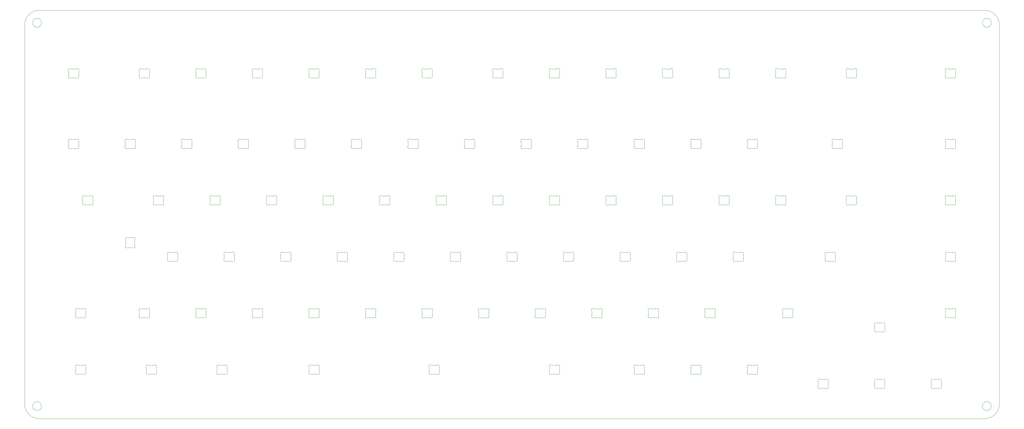
<source format=gbr>
%TF.GenerationSoftware,KiCad,Pcbnew,8.0.4*%
%TF.CreationDate,2024-09-06T17:24:34+02:00*%
%TF.ProjectId,kicad8,6b696361-6438-42e6-9b69-6361645f7063,rev?*%
%TF.SameCoordinates,Original*%
%TF.FileFunction,Profile,NP*%
%FSLAX46Y46*%
G04 Gerber Fmt 4.6, Leading zero omitted, Abs format (unit mm)*
G04 Created by KiCad (PCBNEW 8.0.4) date 2024-09-06 17:24:34*
%MOMM*%
%LPD*%
G01*
G04 APERTURE LIST*
%TA.AperFunction,Profile*%
%ADD10C,0.100000*%
%TD*%
G04 APERTURE END LIST*
D10*
X13858593Y-141851359D02*
G75*
G02*
X10858593Y-141851359I-1500000J0D01*
G01*
X10858593Y-141851359D02*
G75*
G02*
X13858593Y-141851359I1500000J0D01*
G01*
X13136727Y-146073225D02*
G75*
G02*
X8136735Y-141073225I3J4999995D01*
G01*
X331461727Y-8248225D02*
G75*
G02*
X336461675Y-13248225I-27J-4999975D01*
G01*
X8136727Y-141073225D02*
X8136727Y-13248225D01*
X336461727Y-141073225D02*
G75*
G02*
X331461727Y-146073227I-5000027J25D01*
G01*
X336461727Y-13248225D02*
X336461727Y-141073225D01*
X333716993Y-141851359D02*
G75*
G02*
X330716993Y-141851359I-1500000J0D01*
G01*
X330716993Y-141851359D02*
G75*
G02*
X333716993Y-141851359I1500000J0D01*
G01*
X13858602Y-12470100D02*
G75*
G02*
X10858602Y-12470100I-1500000J0D01*
G01*
X10858602Y-12470100D02*
G75*
G02*
X13858602Y-12470100I1500000J0D01*
G01*
X13136727Y-8248225D02*
X331461727Y-8248225D01*
X333739852Y-12470100D02*
G75*
G02*
X330739852Y-12470100I-1500000J0D01*
G01*
X330739852Y-12470100D02*
G75*
G02*
X333739852Y-12470100I1500000J0D01*
G01*
X8136727Y-13248225D02*
G75*
G02*
X13136727Y-8248225I5000000J0D01*
G01*
X331461727Y-146073225D02*
X13136727Y-146073225D01*
%TO.C,LED32*%
X284899228Y-71695382D02*
X284899228Y-73101066D01*
X285804775Y-73898224D02*
X287393679Y-73898224D01*
X287393680Y-70898225D02*
X285804775Y-70898225D01*
X288299226Y-73101066D02*
X288299226Y-71695382D01*
X284849743Y-71478504D02*
G75*
G02*
X284899240Y-71695382I-451016J-217021D01*
G01*
X284849743Y-71478504D02*
G75*
G02*
X285552516Y-70829925I450514J216879D01*
G01*
X284899228Y-73101067D02*
G75*
G02*
X284849743Y-73317944I-500351J82D01*
G01*
X285552516Y-73966521D02*
G75*
G02*
X284849747Y-73317946I-252259J431696D01*
G01*
X285552517Y-73966523D02*
G75*
G02*
X285804775Y-73898225I252260J-431712D01*
G01*
X285804774Y-70898224D02*
G75*
G02*
X285552516Y-70829925I3J500009D01*
G01*
X287393679Y-73898224D02*
G75*
G02*
X287645938Y-73966523I-2J-500009D01*
G01*
X287645938Y-70829926D02*
G75*
G02*
X287393680Y-70898225I-252261J431710D01*
G01*
X287645938Y-70829926D02*
G75*
G02*
X288348712Y-71478504I252259J-431700D01*
G01*
X288299226Y-71695381D02*
G75*
G02*
X288348711Y-71478504I499990J1D01*
G01*
X288348711Y-73317943D02*
G75*
G02*
X287645938Y-73966523I-450514J-216880D01*
G01*
X288348711Y-73317944D02*
G75*
G02*
X288299226Y-73101066I450505J216876D01*
G01*
%TO.C,LED59*%
X318236728Y-90745384D02*
X318236728Y-92151068D01*
X319142274Y-92948225D02*
X320731179Y-92948225D01*
X320731179Y-89948226D02*
X319142275Y-89948226D01*
X321636726Y-92151068D02*
X321636726Y-90745384D01*
X318187243Y-90528506D02*
G75*
G02*
X318236728Y-90745384I-450505J-216876D01*
G01*
X318187243Y-90528507D02*
G75*
G02*
X318890016Y-89879927I450514J216880D01*
G01*
X318236728Y-92151069D02*
G75*
G02*
X318187243Y-92367946I-499990J-1D01*
G01*
X318890016Y-93016524D02*
G75*
G02*
X318187242Y-92367946I-252259J431700D01*
G01*
X318890016Y-93016524D02*
G75*
G02*
X319142274Y-92948225I252261J-431710D01*
G01*
X319142275Y-89948226D02*
G75*
G02*
X318890016Y-89879927I2J500009D01*
G01*
X320731180Y-92948226D02*
G75*
G02*
X320983438Y-93016525I-3J-500009D01*
G01*
X320983437Y-89879927D02*
G75*
G02*
X320731179Y-89948225I-252260J431712D01*
G01*
X320983438Y-89879929D02*
G75*
G02*
X321686207Y-90528504I252259J-431696D01*
G01*
X321636726Y-90745383D02*
G75*
G02*
X321686211Y-90528506I500351J-82D01*
G01*
X321686211Y-92367946D02*
G75*
G02*
X320983438Y-93016525I-450514J-216879D01*
G01*
X321686211Y-92367946D02*
G75*
G02*
X321636714Y-92151068I451016J217021D01*
G01*
%TO.C,LED16*%
X22961728Y-52645384D02*
X22961728Y-54051068D01*
X23867274Y-54848225D02*
X25456179Y-54848225D01*
X25456179Y-51848226D02*
X23867275Y-51848226D01*
X26361726Y-54051068D02*
X26361726Y-52645384D01*
X22912243Y-52428506D02*
G75*
G02*
X22961728Y-52645384I-450505J-216876D01*
G01*
X22912243Y-52428507D02*
G75*
G02*
X23615016Y-51779927I450514J216880D01*
G01*
X22961728Y-54051069D02*
G75*
G02*
X22912243Y-54267946I-499990J-1D01*
G01*
X23615016Y-54916524D02*
G75*
G02*
X22912242Y-54267946I-252259J431700D01*
G01*
X23615016Y-54916524D02*
G75*
G02*
X23867274Y-54848225I252261J-431710D01*
G01*
X23867275Y-51848226D02*
G75*
G02*
X23615016Y-51779927I2J500009D01*
G01*
X25456180Y-54848226D02*
G75*
G02*
X25708438Y-54916525I-3J-500009D01*
G01*
X25708437Y-51779927D02*
G75*
G02*
X25456179Y-51848225I-252260J431712D01*
G01*
X25708438Y-51779929D02*
G75*
G02*
X26411207Y-52428504I252259J-431696D01*
G01*
X26361726Y-52645383D02*
G75*
G02*
X26411211Y-52428506I500351J-82D01*
G01*
X26411211Y-54267946D02*
G75*
G02*
X25708438Y-54916525I-450514J-216879D01*
G01*
X26411211Y-54267946D02*
G75*
G02*
X26361714Y-54051068I451016J217021D01*
G01*
%TO.C,LED80*%
X184886728Y-128845384D02*
X184886728Y-130251068D01*
X185792274Y-131048225D02*
X187381179Y-131048225D01*
X187381179Y-128048226D02*
X185792275Y-128048226D01*
X188286726Y-130251068D02*
X188286726Y-128845384D01*
X184837243Y-128628505D02*
G75*
G02*
X184886728Y-128845384I-450514J-216878D01*
G01*
X184837243Y-128628507D02*
G75*
G02*
X185540016Y-127979927I450514J216880D01*
G01*
X184886728Y-130251069D02*
G75*
G02*
X184837243Y-130467946I-499990J-1D01*
G01*
X185540016Y-131116523D02*
G75*
G02*
X184837243Y-130467946I-252259J431699D01*
G01*
X185540016Y-131116523D02*
G75*
G02*
X185792274Y-131048225I252255J-431696D01*
G01*
X185792275Y-128048226D02*
G75*
G02*
X185540016Y-127979927I2J500009D01*
G01*
X187381180Y-131048226D02*
G75*
G02*
X187633438Y-131116525I-3J-500009D01*
G01*
X187633437Y-127979927D02*
G75*
G02*
X187381179Y-128048225I-252260J431712D01*
G01*
X187633438Y-127979929D02*
G75*
G02*
X188336208Y-128628503I252259J-431696D01*
G01*
X188286726Y-128845383D02*
G75*
G02*
X188336212Y-128628505I500351J-82D01*
G01*
X188336211Y-130467946D02*
G75*
G02*
X187633438Y-131116525I-450514J-216879D01*
G01*
X188336211Y-130467946D02*
G75*
G02*
X188286714Y-130251068I451016J217021D01*
G01*
%TO.C,LED31*%
X318236728Y-71695382D02*
X318236728Y-73101066D01*
X319142275Y-73898224D02*
X320731179Y-73898224D01*
X320731180Y-70898225D02*
X319142275Y-70898225D01*
X321636726Y-73101066D02*
X321636726Y-71695382D01*
X318187243Y-71478504D02*
G75*
G02*
X318236740Y-71695382I-451016J-217021D01*
G01*
X318187243Y-71478504D02*
G75*
G02*
X318890016Y-70829925I450514J216879D01*
G01*
X318236728Y-73101067D02*
G75*
G02*
X318187243Y-73317944I-500351J82D01*
G01*
X318890016Y-73966521D02*
G75*
G02*
X318187247Y-73317946I-252259J431696D01*
G01*
X318890017Y-73966523D02*
G75*
G02*
X319142275Y-73898225I252260J-431712D01*
G01*
X319142274Y-70898224D02*
G75*
G02*
X318890016Y-70829925I3J500009D01*
G01*
X320731179Y-73898224D02*
G75*
G02*
X320983438Y-73966523I-2J-500009D01*
G01*
X320983438Y-70829926D02*
G75*
G02*
X320731180Y-70898225I-252261J431710D01*
G01*
X320983438Y-70829926D02*
G75*
G02*
X321686212Y-71478504I252259J-431700D01*
G01*
X321636726Y-71695381D02*
G75*
G02*
X321686211Y-71478504I499990J1D01*
G01*
X321686211Y-73317943D02*
G75*
G02*
X320983438Y-73966523I-450514J-216880D01*
G01*
X321686211Y-73317944D02*
G75*
G02*
X321636726Y-73101066I450505J216876D01*
G01*
%TO.C,LED2*%
X284899228Y-28832882D02*
X284899228Y-30238566D01*
X285804775Y-31035724D02*
X287393679Y-31035724D01*
X287393680Y-28035725D02*
X285804775Y-28035725D01*
X288299226Y-30238566D02*
X288299226Y-28832882D01*
X284849743Y-28616004D02*
G75*
G02*
X284899240Y-28832882I-451016J-217021D01*
G01*
X284849743Y-28616004D02*
G75*
G02*
X285552516Y-27967425I450514J216879D01*
G01*
X284899228Y-30238567D02*
G75*
G02*
X284849743Y-30455444I-500351J82D01*
G01*
X285552516Y-31104021D02*
G75*
G02*
X284849747Y-30455446I-252259J431696D01*
G01*
X285552517Y-31104023D02*
G75*
G02*
X285804775Y-31035725I252260J-431712D01*
G01*
X285804774Y-28035724D02*
G75*
G02*
X285552516Y-27967425I3J500009D01*
G01*
X287393679Y-31035724D02*
G75*
G02*
X287645938Y-31104023I-2J-500009D01*
G01*
X287645938Y-27967426D02*
G75*
G02*
X287393680Y-28035725I-252261J431710D01*
G01*
X287645938Y-27967426D02*
G75*
G02*
X288348712Y-28616004I252259J-431700D01*
G01*
X288299226Y-28832881D02*
G75*
G02*
X288348711Y-28616004I499990J1D01*
G01*
X288348711Y-30455443D02*
G75*
G02*
X287645938Y-31104023I-450514J-216880D01*
G01*
X288348711Y-30455444D02*
G75*
G02*
X288299226Y-30238566I450505J216876D01*
G01*
%TO.C,LED39*%
X146786728Y-71695382D02*
X146786728Y-73101066D01*
X147692275Y-73898224D02*
X149281179Y-73898224D01*
X149281180Y-70898225D02*
X147692275Y-70898225D01*
X150186726Y-73101066D02*
X150186726Y-71695382D01*
X146737243Y-71478504D02*
G75*
G02*
X146786740Y-71695382I-451016J-217021D01*
G01*
X146737243Y-71478504D02*
G75*
G02*
X147440016Y-70829925I450514J216879D01*
G01*
X146786728Y-73101067D02*
G75*
G02*
X146737243Y-73317944I-500351J82D01*
G01*
X147440016Y-73966521D02*
G75*
G02*
X146737247Y-73317946I-252259J431696D01*
G01*
X147440017Y-73966523D02*
G75*
G02*
X147692275Y-73898225I252260J-431712D01*
G01*
X147692274Y-70898224D02*
G75*
G02*
X147440016Y-70829925I3J500009D01*
G01*
X149281179Y-73898224D02*
G75*
G02*
X149533438Y-73966523I-2J-500009D01*
G01*
X149533438Y-70829926D02*
G75*
G02*
X149281180Y-70898225I-252261J431710D01*
G01*
X149533438Y-70829926D02*
G75*
G02*
X150236212Y-71478504I252259J-431700D01*
G01*
X150186726Y-71695381D02*
G75*
G02*
X150236211Y-71478504I499990J1D01*
G01*
X150236211Y-73317943D02*
G75*
G02*
X149533438Y-73966523I-450514J-216880D01*
G01*
X150236211Y-73317944D02*
G75*
G02*
X150186726Y-73101066I450505J216876D01*
G01*
%TO.C,LED10*%
X122974228Y-28832882D02*
X122974228Y-30238566D01*
X123879775Y-31035724D02*
X125468679Y-31035724D01*
X125468680Y-28035725D02*
X123879775Y-28035725D01*
X126374226Y-30238566D02*
X126374226Y-28832882D01*
X122924743Y-28616004D02*
G75*
G02*
X122974240Y-28832882I-451016J-217021D01*
G01*
X122924743Y-28616004D02*
G75*
G02*
X123627516Y-27967425I450514J216879D01*
G01*
X122974228Y-30238567D02*
G75*
G02*
X122924743Y-30455444I-500351J82D01*
G01*
X123627516Y-31104021D02*
G75*
G02*
X122924747Y-30455446I-252259J431696D01*
G01*
X123627517Y-31104023D02*
G75*
G02*
X123879775Y-31035725I252260J-431712D01*
G01*
X123879774Y-28035724D02*
G75*
G02*
X123627516Y-27967425I3J500009D01*
G01*
X125468679Y-31035724D02*
G75*
G02*
X125720938Y-31104023I-2J-500009D01*
G01*
X125720938Y-27967426D02*
G75*
G02*
X125468680Y-28035725I-252261J431710D01*
G01*
X125720938Y-27967426D02*
G75*
G02*
X126423712Y-28616004I252259J-431700D01*
G01*
X126374226Y-28832881D02*
G75*
G02*
X126423711Y-28616004I499990J1D01*
G01*
X126423711Y-30455443D02*
G75*
G02*
X125720938Y-31104023I-450514J-216880D01*
G01*
X126423711Y-30455444D02*
G75*
G02*
X126374226Y-30238566I450505J216876D01*
G01*
%TO.C,LED20*%
X99161728Y-52645384D02*
X99161728Y-54051068D01*
X100067274Y-54848225D02*
X101656179Y-54848225D01*
X101656179Y-51848226D02*
X100067275Y-51848226D01*
X102561726Y-54051068D02*
X102561726Y-52645384D01*
X99112243Y-52428506D02*
G75*
G02*
X99161728Y-52645384I-450505J-216876D01*
G01*
X99112243Y-52428507D02*
G75*
G02*
X99815016Y-51779927I450514J216880D01*
G01*
X99161728Y-54051069D02*
G75*
G02*
X99112243Y-54267946I-499990J-1D01*
G01*
X99815016Y-54916524D02*
G75*
G02*
X99112242Y-54267946I-252259J431700D01*
G01*
X99815016Y-54916524D02*
G75*
G02*
X100067274Y-54848225I252261J-431710D01*
G01*
X100067275Y-51848226D02*
G75*
G02*
X99815016Y-51779927I2J500009D01*
G01*
X101656180Y-54848226D02*
G75*
G02*
X101908438Y-54916525I-3J-500009D01*
G01*
X101908437Y-51779927D02*
G75*
G02*
X101656179Y-51848225I-252260J431712D01*
G01*
X101908438Y-51779929D02*
G75*
G02*
X102611207Y-52428504I252259J-431696D01*
G01*
X102561726Y-52645383D02*
G75*
G02*
X102611211Y-52428506I500351J-82D01*
G01*
X102611211Y-54267946D02*
G75*
G02*
X101908438Y-54916525I-450514J-216879D01*
G01*
X102611211Y-54267946D02*
G75*
G02*
X102561714Y-54051068I451016J217021D01*
G01*
%TO.C,LED54*%
X189649228Y-90745384D02*
X189649228Y-92151068D01*
X190554774Y-92948225D02*
X192143679Y-92948225D01*
X192143679Y-89948226D02*
X190554775Y-89948226D01*
X193049226Y-92151068D02*
X193049226Y-90745384D01*
X189599743Y-90528506D02*
G75*
G02*
X189649228Y-90745384I-450505J-216876D01*
G01*
X189599743Y-90528507D02*
G75*
G02*
X190302516Y-89879927I450514J216880D01*
G01*
X189649228Y-92151069D02*
G75*
G02*
X189599743Y-92367946I-499990J-1D01*
G01*
X190302516Y-93016524D02*
G75*
G02*
X189599742Y-92367946I-252259J431700D01*
G01*
X190302516Y-93016524D02*
G75*
G02*
X190554774Y-92948225I252261J-431710D01*
G01*
X190554775Y-89948226D02*
G75*
G02*
X190302516Y-89879927I2J500009D01*
G01*
X192143680Y-92948226D02*
G75*
G02*
X192395938Y-93016525I-3J-500009D01*
G01*
X192395937Y-89879927D02*
G75*
G02*
X192143679Y-89948225I-252260J431712D01*
G01*
X192395938Y-89879929D02*
G75*
G02*
X193098707Y-90528504I252259J-431696D01*
G01*
X193049226Y-90745383D02*
G75*
G02*
X193098711Y-90528506I500351J-82D01*
G01*
X193098711Y-92367946D02*
G75*
G02*
X192395938Y-93016525I-450514J-216879D01*
G01*
X193098711Y-92367946D02*
G75*
G02*
X193049214Y-92151068I451016J217021D01*
G01*
%TO.C,LED56*%
X227749228Y-90745384D02*
X227749228Y-92151068D01*
X228654774Y-92948225D02*
X230243679Y-92948225D01*
X230243679Y-89948226D02*
X228654775Y-89948226D01*
X231149226Y-92151068D02*
X231149226Y-90745384D01*
X227699743Y-90528506D02*
G75*
G02*
X227749228Y-90745384I-450505J-216876D01*
G01*
X227699743Y-90528507D02*
G75*
G02*
X228402516Y-89879927I450514J216880D01*
G01*
X227749228Y-92151069D02*
G75*
G02*
X227699743Y-92367946I-499990J-1D01*
G01*
X228402516Y-93016524D02*
G75*
G02*
X227699742Y-92367946I-252259J431700D01*
G01*
X228402516Y-93016524D02*
G75*
G02*
X228654774Y-92948225I252261J-431710D01*
G01*
X228654775Y-89948226D02*
G75*
G02*
X228402516Y-89879927I2J500009D01*
G01*
X230243680Y-92948226D02*
G75*
G02*
X230495938Y-93016525I-3J-500009D01*
G01*
X230495937Y-89879927D02*
G75*
G02*
X230243679Y-89948225I-252260J431712D01*
G01*
X230495938Y-89879929D02*
G75*
G02*
X231198707Y-90528504I252259J-431696D01*
G01*
X231149226Y-90745383D02*
G75*
G02*
X231198711Y-90528506I500351J-82D01*
G01*
X231198711Y-92367946D02*
G75*
G02*
X230495938Y-93016525I-450514J-216879D01*
G01*
X231198711Y-92367946D02*
G75*
G02*
X231149214Y-92151068I451016J217021D01*
G01*
%TO.C,LED72*%
X65824228Y-109795382D02*
X65824228Y-111201066D01*
X66729775Y-111998224D02*
X68318679Y-111998224D01*
X68318680Y-108998225D02*
X66729775Y-108998225D01*
X69224226Y-111201066D02*
X69224226Y-109795382D01*
X65774743Y-109578504D02*
G75*
G02*
X65824240Y-109795382I-451016J-217021D01*
G01*
X65774743Y-109578504D02*
G75*
G02*
X66477516Y-108929925I450514J216879D01*
G01*
X65824228Y-111201067D02*
G75*
G02*
X65774743Y-111417944I-500351J82D01*
G01*
X66477516Y-112066521D02*
G75*
G02*
X65774747Y-111417946I-252259J431696D01*
G01*
X66477517Y-112066523D02*
G75*
G02*
X66729775Y-111998225I252260J-431712D01*
G01*
X66729774Y-108998224D02*
G75*
G02*
X66477516Y-108929925I3J500009D01*
G01*
X68318679Y-111998224D02*
G75*
G02*
X68570938Y-112066523I-2J-500009D01*
G01*
X68570938Y-108929926D02*
G75*
G02*
X68318680Y-108998225I-252261J431710D01*
G01*
X68570938Y-108929926D02*
G75*
G02*
X69273712Y-109578504I252259J-431700D01*
G01*
X69224226Y-109795381D02*
G75*
G02*
X69273711Y-109578504I499990J1D01*
G01*
X69273711Y-111417943D02*
G75*
G02*
X68570938Y-112066523I-450514J-216880D01*
G01*
X69273711Y-111417944D02*
G75*
G02*
X69224226Y-111201066I450505J216876D01*
G01*
%TO.C,LED73*%
X46774228Y-109795382D02*
X46774228Y-111201066D01*
X47679775Y-111998224D02*
X49268679Y-111998224D01*
X49268680Y-108998225D02*
X47679775Y-108998225D01*
X50174226Y-111201066D02*
X50174226Y-109795382D01*
X46724743Y-109578504D02*
G75*
G02*
X46774240Y-109795382I-451016J-217021D01*
G01*
X46724743Y-109578504D02*
G75*
G02*
X47427516Y-108929925I450514J216879D01*
G01*
X46774228Y-111201067D02*
G75*
G02*
X46724743Y-111417944I-500351J82D01*
G01*
X47427516Y-112066521D02*
G75*
G02*
X46724747Y-111417946I-252259J431696D01*
G01*
X47427517Y-112066523D02*
G75*
G02*
X47679775Y-111998225I252260J-431712D01*
G01*
X47679774Y-108998224D02*
G75*
G02*
X47427516Y-108929925I3J500009D01*
G01*
X49268679Y-111998224D02*
G75*
G02*
X49520938Y-112066523I-2J-500009D01*
G01*
X49520938Y-108929926D02*
G75*
G02*
X49268680Y-108998225I-252261J431710D01*
G01*
X49520938Y-108929926D02*
G75*
G02*
X50223712Y-109578504I252259J-431700D01*
G01*
X50174226Y-109795381D02*
G75*
G02*
X50223711Y-109578504I499990J1D01*
G01*
X50223711Y-111417943D02*
G75*
G02*
X49520938Y-112066523I-450514J-216880D01*
G01*
X50223711Y-111417944D02*
G75*
G02*
X50174226Y-111201066I450505J216876D01*
G01*
%TO.C,LED48*%
X75349228Y-90745384D02*
X75349228Y-92151068D01*
X76254774Y-92948225D02*
X77843679Y-92948225D01*
X77843679Y-89948226D02*
X76254775Y-89948226D01*
X78749226Y-92151068D02*
X78749226Y-90745384D01*
X75299743Y-90528506D02*
G75*
G02*
X75349228Y-90745384I-450505J-216876D01*
G01*
X75299743Y-90528507D02*
G75*
G02*
X76002516Y-89879927I450514J216880D01*
G01*
X75349228Y-92151069D02*
G75*
G02*
X75299743Y-92367946I-499990J-1D01*
G01*
X76002516Y-93016524D02*
G75*
G02*
X75299742Y-92367946I-252259J431700D01*
G01*
X76002516Y-93016524D02*
G75*
G02*
X76254774Y-92948225I252261J-431710D01*
G01*
X76254775Y-89948226D02*
G75*
G02*
X76002516Y-89879927I2J500009D01*
G01*
X77843680Y-92948226D02*
G75*
G02*
X78095938Y-93016525I-3J-500009D01*
G01*
X78095937Y-89879927D02*
G75*
G02*
X77843679Y-89948225I-252260J431712D01*
G01*
X78095938Y-89879929D02*
G75*
G02*
X78798707Y-90528504I252259J-431696D01*
G01*
X78749226Y-90745383D02*
G75*
G02*
X78798711Y-90528506I500351J-82D01*
G01*
X78798711Y-92367946D02*
G75*
G02*
X78095938Y-93016525I-450514J-216879D01*
G01*
X78798711Y-92367946D02*
G75*
G02*
X78749214Y-92151068I451016J217021D01*
G01*
%TO.C,LED57*%
X246799228Y-90745384D02*
X246799228Y-92151068D01*
X247704774Y-92948225D02*
X249293679Y-92948225D01*
X249293679Y-89948226D02*
X247704775Y-89948226D01*
X250199226Y-92151068D02*
X250199226Y-90745384D01*
X246749743Y-90528506D02*
G75*
G02*
X246799228Y-90745384I-450505J-216876D01*
G01*
X246749743Y-90528507D02*
G75*
G02*
X247452516Y-89879927I450514J216880D01*
G01*
X246799228Y-92151069D02*
G75*
G02*
X246749743Y-92367946I-499990J-1D01*
G01*
X247452516Y-93016524D02*
G75*
G02*
X246749742Y-92367946I-252259J431700D01*
G01*
X247452516Y-93016524D02*
G75*
G02*
X247704774Y-92948225I252261J-431710D01*
G01*
X247704775Y-89948226D02*
G75*
G02*
X247452516Y-89879927I2J500009D01*
G01*
X249293680Y-92948226D02*
G75*
G02*
X249545938Y-93016525I-3J-500009D01*
G01*
X249545937Y-89879927D02*
G75*
G02*
X249293679Y-89948225I-252260J431712D01*
G01*
X249545938Y-89879929D02*
G75*
G02*
X250248707Y-90528504I252259J-431696D01*
G01*
X250199226Y-90745383D02*
G75*
G02*
X250248711Y-90528506I500351J-82D01*
G01*
X250248711Y-92367946D02*
G75*
G02*
X249545938Y-93016525I-450514J-216879D01*
G01*
X250248711Y-92367946D02*
G75*
G02*
X250199214Y-92151068I451016J217021D01*
G01*
%TO.C,LED70*%
X103924228Y-109795382D02*
X103924228Y-111201066D01*
X104829775Y-111998224D02*
X106418679Y-111998224D01*
X106418680Y-108998225D02*
X104829775Y-108998225D01*
X107324226Y-111201066D02*
X107324226Y-109795382D01*
X103874743Y-109578504D02*
G75*
G02*
X103924240Y-109795382I-451016J-217021D01*
G01*
X103874743Y-109578504D02*
G75*
G02*
X104577516Y-108929925I450514J216879D01*
G01*
X103924228Y-111201067D02*
G75*
G02*
X103874743Y-111417944I-500351J82D01*
G01*
X104577516Y-112066521D02*
G75*
G02*
X103874747Y-111417946I-252259J431696D01*
G01*
X104577517Y-112066523D02*
G75*
G02*
X104829775Y-111998225I252260J-431712D01*
G01*
X104829774Y-108998224D02*
G75*
G02*
X104577516Y-108929925I3J500009D01*
G01*
X106418679Y-111998224D02*
G75*
G02*
X106670938Y-112066523I-2J-500009D01*
G01*
X106670938Y-108929926D02*
G75*
G02*
X106418680Y-108998225I-252261J431710D01*
G01*
X106670938Y-108929926D02*
G75*
G02*
X107373712Y-109578504I252259J-431700D01*
G01*
X107324226Y-109795381D02*
G75*
G02*
X107373711Y-109578504I499990J1D01*
G01*
X107373711Y-111417943D02*
G75*
G02*
X106670938Y-112066523I-450514J-216880D01*
G01*
X107373711Y-111417944D02*
G75*
G02*
X107324226Y-111201066I450505J216876D01*
G01*
%TO.C,LED35*%
X222986728Y-71695382D02*
X222986728Y-73101066D01*
X223892275Y-73898224D02*
X225481179Y-73898224D01*
X225481180Y-70898225D02*
X223892275Y-70898225D01*
X226386726Y-73101066D02*
X226386726Y-71695382D01*
X222937243Y-71478504D02*
G75*
G02*
X222986740Y-71695382I-451016J-217021D01*
G01*
X222937243Y-71478504D02*
G75*
G02*
X223640016Y-70829925I450514J216879D01*
G01*
X222986728Y-73101067D02*
G75*
G02*
X222937243Y-73317944I-500351J82D01*
G01*
X223640016Y-73966521D02*
G75*
G02*
X222937247Y-73317946I-252259J431696D01*
G01*
X223640017Y-73966523D02*
G75*
G02*
X223892275Y-73898225I252260J-431712D01*
G01*
X223892274Y-70898224D02*
G75*
G02*
X223640016Y-70829925I3J500009D01*
G01*
X225481179Y-73898224D02*
G75*
G02*
X225733438Y-73966523I-2J-500009D01*
G01*
X225733438Y-70829926D02*
G75*
G02*
X225481180Y-70898225I-252261J431710D01*
G01*
X225733438Y-70829926D02*
G75*
G02*
X226436212Y-71478504I252259J-431700D01*
G01*
X226386726Y-71695381D02*
G75*
G02*
X226436211Y-71478504I499990J1D01*
G01*
X226436211Y-73317943D02*
G75*
G02*
X225733438Y-73966523I-450514J-216880D01*
G01*
X226436211Y-73317944D02*
G75*
G02*
X226386726Y-73101066I450505J216876D01*
G01*
%TO.C,LED60*%
X318236728Y-109795382D02*
X318236728Y-111201066D01*
X319142275Y-111998224D02*
X320731179Y-111998224D01*
X320731180Y-108998225D02*
X319142275Y-108998225D01*
X321636726Y-111201066D02*
X321636726Y-109795382D01*
X318187243Y-109578504D02*
G75*
G02*
X318236740Y-109795382I-451016J-217021D01*
G01*
X318187243Y-109578504D02*
G75*
G02*
X318890016Y-108929925I450514J216879D01*
G01*
X318236728Y-111201067D02*
G75*
G02*
X318187243Y-111417944I-500351J82D01*
G01*
X318890016Y-112066521D02*
G75*
G02*
X318187247Y-111417946I-252259J431696D01*
G01*
X318890017Y-112066523D02*
G75*
G02*
X319142275Y-111998225I252260J-431712D01*
G01*
X319142274Y-108998224D02*
G75*
G02*
X318890016Y-108929925I3J500009D01*
G01*
X320731179Y-111998224D02*
G75*
G02*
X320983438Y-112066523I-2J-500009D01*
G01*
X320983438Y-108929926D02*
G75*
G02*
X320731180Y-108998225I-252261J431710D01*
G01*
X320983438Y-108929926D02*
G75*
G02*
X321686212Y-109578504I252259J-431700D01*
G01*
X321636726Y-109795381D02*
G75*
G02*
X321686211Y-109578504I499990J1D01*
G01*
X321686211Y-111417943D02*
G75*
G02*
X320983438Y-112066523I-450514J-216880D01*
G01*
X321686211Y-111417944D02*
G75*
G02*
X321636726Y-111201066I450505J216876D01*
G01*
%TO.C,LED38*%
X165836728Y-71695382D02*
X165836728Y-73101066D01*
X166742275Y-73898224D02*
X168331179Y-73898224D01*
X168331180Y-70898225D02*
X166742275Y-70898225D01*
X169236726Y-73101066D02*
X169236726Y-71695382D01*
X165787243Y-71478504D02*
G75*
G02*
X165836740Y-71695382I-451016J-217021D01*
G01*
X165787243Y-71478504D02*
G75*
G02*
X166490016Y-70829925I450514J216879D01*
G01*
X165836728Y-73101067D02*
G75*
G02*
X165787243Y-73317944I-500351J82D01*
G01*
X166490016Y-73966521D02*
G75*
G02*
X165787247Y-73317946I-252259J431696D01*
G01*
X166490017Y-73966523D02*
G75*
G02*
X166742275Y-73898225I252260J-431712D01*
G01*
X166742274Y-70898224D02*
G75*
G02*
X166490016Y-70829925I3J500009D01*
G01*
X168331179Y-73898224D02*
G75*
G02*
X168583438Y-73966523I-2J-500009D01*
G01*
X168583438Y-70829926D02*
G75*
G02*
X168331180Y-70898225I-252261J431710D01*
G01*
X168583438Y-70829926D02*
G75*
G02*
X169286212Y-71478504I252259J-431700D01*
G01*
X169236726Y-71695381D02*
G75*
G02*
X169286211Y-71478504I499990J1D01*
G01*
X169286211Y-73317943D02*
G75*
G02*
X168583438Y-73966523I-450514J-216880D01*
G01*
X169286211Y-73317944D02*
G75*
G02*
X169236726Y-73101066I450505J216876D01*
G01*
%TO.C,LED40*%
X127736728Y-71695382D02*
X127736728Y-73101066D01*
X128642275Y-73898224D02*
X130231179Y-73898224D01*
X130231180Y-70898225D02*
X128642275Y-70898225D01*
X131136726Y-73101066D02*
X131136726Y-71695382D01*
X127687243Y-71478504D02*
G75*
G02*
X127736740Y-71695382I-451016J-217021D01*
G01*
X127687243Y-71478504D02*
G75*
G02*
X128390016Y-70829925I450514J216879D01*
G01*
X127736728Y-73101067D02*
G75*
G02*
X127687243Y-73317944I-500351J82D01*
G01*
X128390016Y-73966521D02*
G75*
G02*
X127687247Y-73317946I-252259J431696D01*
G01*
X128390017Y-73966523D02*
G75*
G02*
X128642275Y-73898225I252260J-431712D01*
G01*
X128642274Y-70898224D02*
G75*
G02*
X128390016Y-70829925I3J500009D01*
G01*
X130231179Y-73898224D02*
G75*
G02*
X130483438Y-73966523I-2J-500009D01*
G01*
X130483438Y-70829926D02*
G75*
G02*
X130231180Y-70898225I-252261J431710D01*
G01*
X130483438Y-70829926D02*
G75*
G02*
X131186212Y-71478504I252259J-431700D01*
G01*
X131136726Y-71695381D02*
G75*
G02*
X131186211Y-71478504I499990J1D01*
G01*
X131186211Y-73317943D02*
G75*
G02*
X130483438Y-73966523I-450514J-216880D01*
G01*
X131186211Y-73317944D02*
G75*
G02*
X131136726Y-73101066I450505J216876D01*
G01*
%TO.C,LED8*%
X165836728Y-28832882D02*
X165836728Y-30238566D01*
X166742275Y-31035724D02*
X168331179Y-31035724D01*
X168331180Y-28035725D02*
X166742275Y-28035725D01*
X169236726Y-30238566D02*
X169236726Y-28832882D01*
X165787243Y-28616004D02*
G75*
G02*
X165836740Y-28832882I-451016J-217021D01*
G01*
X165787243Y-28616004D02*
G75*
G02*
X166490016Y-27967425I450514J216879D01*
G01*
X165836728Y-30238567D02*
G75*
G02*
X165787243Y-30455444I-500351J82D01*
G01*
X166490016Y-31104021D02*
G75*
G02*
X165787247Y-30455446I-252259J431696D01*
G01*
X166490017Y-31104023D02*
G75*
G02*
X166742275Y-31035725I252260J-431712D01*
G01*
X166742274Y-28035724D02*
G75*
G02*
X166490016Y-27967425I3J500009D01*
G01*
X168331179Y-31035724D02*
G75*
G02*
X168583438Y-31104023I-2J-500009D01*
G01*
X168583438Y-27967426D02*
G75*
G02*
X168331180Y-28035725I-252261J431710D01*
G01*
X168583438Y-27967426D02*
G75*
G02*
X169286212Y-28616004I252259J-431700D01*
G01*
X169236726Y-28832881D02*
G75*
G02*
X169286211Y-28616004I499990J1D01*
G01*
X169286211Y-30455443D02*
G75*
G02*
X168583438Y-31104023I-450514J-216880D01*
G01*
X169286211Y-30455444D02*
G75*
G02*
X169236726Y-30238566I450505J216876D01*
G01*
%TO.C,LED43*%
X70586728Y-71695382D02*
X70586728Y-73101066D01*
X71492275Y-73898224D02*
X73081179Y-73898224D01*
X73081180Y-70898225D02*
X71492275Y-70898225D01*
X73986726Y-73101066D02*
X73986726Y-71695382D01*
X70537243Y-71478504D02*
G75*
G02*
X70586740Y-71695382I-451016J-217021D01*
G01*
X70537243Y-71478504D02*
G75*
G02*
X71240016Y-70829925I450514J216879D01*
G01*
X70586728Y-73101067D02*
G75*
G02*
X70537243Y-73317944I-500351J82D01*
G01*
X71240016Y-73966521D02*
G75*
G02*
X70537247Y-73317946I-252259J431696D01*
G01*
X71240017Y-73966523D02*
G75*
G02*
X71492275Y-73898225I252260J-431712D01*
G01*
X71492274Y-70898224D02*
G75*
G02*
X71240016Y-70829925I3J500009D01*
G01*
X73081179Y-73898224D02*
G75*
G02*
X73333438Y-73966523I-2J-500009D01*
G01*
X73333438Y-70829926D02*
G75*
G02*
X73081180Y-70898225I-252261J431710D01*
G01*
X73333438Y-70829926D02*
G75*
G02*
X74036212Y-71478504I252259J-431700D01*
G01*
X73986726Y-71695381D02*
G75*
G02*
X74036211Y-71478504I499990J1D01*
G01*
X74036211Y-73317943D02*
G75*
G02*
X73333438Y-73966523I-450514J-216880D01*
G01*
X74036211Y-73317944D02*
G75*
G02*
X73986726Y-73101066I450505J216876D01*
G01*
%TO.C,LED83*%
X251561728Y-128845384D02*
X251561728Y-130251068D01*
X252467274Y-131048225D02*
X254056179Y-131048225D01*
X254056179Y-128048226D02*
X252467275Y-128048226D01*
X254961726Y-130251068D02*
X254961726Y-128845384D01*
X251512243Y-128628506D02*
G75*
G02*
X251561728Y-128845384I-450505J-216876D01*
G01*
X251512243Y-128628507D02*
G75*
G02*
X252215016Y-127979927I450514J216880D01*
G01*
X251561728Y-130251069D02*
G75*
G02*
X251512243Y-130467946I-499990J-1D01*
G01*
X252215016Y-131116524D02*
G75*
G02*
X251512242Y-130467946I-252259J431700D01*
G01*
X252215016Y-131116524D02*
G75*
G02*
X252467274Y-131048225I252261J-431710D01*
G01*
X252467275Y-128048226D02*
G75*
G02*
X252215016Y-127979927I2J500009D01*
G01*
X254056180Y-131048226D02*
G75*
G02*
X254308438Y-131116525I-3J-500009D01*
G01*
X254308437Y-127979927D02*
G75*
G02*
X254056179Y-128048225I-252260J431712D01*
G01*
X254308438Y-127979929D02*
G75*
G02*
X255011207Y-128628504I252259J-431696D01*
G01*
X254961726Y-128845383D02*
G75*
G02*
X255011211Y-128628506I500351J-82D01*
G01*
X255011211Y-130467946D02*
G75*
G02*
X254308438Y-131116525I-450514J-216879D01*
G01*
X255011211Y-130467946D02*
G75*
G02*
X254961714Y-130251068I451016J217021D01*
G01*
%TO.C,LED63*%
X237274228Y-109795382D02*
X237274228Y-111201066D01*
X238179775Y-111998224D02*
X239768679Y-111998224D01*
X239768680Y-108998225D02*
X238179775Y-108998225D01*
X240674226Y-111201066D02*
X240674226Y-109795382D01*
X237224743Y-109578504D02*
G75*
G02*
X237274240Y-109795382I-451016J-217021D01*
G01*
X237224743Y-109578504D02*
G75*
G02*
X237927516Y-108929925I450514J216879D01*
G01*
X237274228Y-111201067D02*
G75*
G02*
X237224743Y-111417944I-500351J82D01*
G01*
X237927516Y-112066521D02*
G75*
G02*
X237224747Y-111417946I-252259J431696D01*
G01*
X237927517Y-112066523D02*
G75*
G02*
X238179775Y-111998225I252260J-431712D01*
G01*
X238179774Y-108998224D02*
G75*
G02*
X237927516Y-108929925I3J500009D01*
G01*
X239768679Y-111998224D02*
G75*
G02*
X240020938Y-112066523I-2J-500009D01*
G01*
X240020938Y-108929926D02*
G75*
G02*
X239768680Y-108998225I-252261J431710D01*
G01*
X240020938Y-108929926D02*
G75*
G02*
X240723712Y-109578504I252259J-431700D01*
G01*
X240674226Y-109795381D02*
G75*
G02*
X240723711Y-109578504I499990J1D01*
G01*
X240723711Y-111417943D02*
G75*
G02*
X240020938Y-112066523I-450514J-216880D01*
G01*
X240723711Y-111417944D02*
G75*
G02*
X240674226Y-111201066I450505J216876D01*
G01*
%TO.C,LED46*%
X42211727Y-85891272D02*
X42211727Y-87480177D01*
X43008884Y-88385724D02*
X44414568Y-88385724D01*
X44414568Y-84985726D02*
X43008884Y-84985726D01*
X45211726Y-87480177D02*
X45211726Y-85891273D01*
X42143428Y-85639014D02*
G75*
G02*
X42211727Y-85891272I-431710J-252261D01*
G01*
X42143428Y-85639014D02*
G75*
G02*
X42792006Y-84936240I431700J252259D01*
G01*
X42211726Y-87480178D02*
G75*
G02*
X42143427Y-87732436I-500009J3D01*
G01*
X42792006Y-88435209D02*
G75*
G02*
X42143427Y-87732436I-216879J450514D01*
G01*
X42792006Y-88435209D02*
G75*
G02*
X43008884Y-88385712I217021J-451016D01*
G01*
X43008883Y-84985726D02*
G75*
G02*
X42792006Y-84936241I-1J499990D01*
G01*
X44414569Y-88385724D02*
G75*
G02*
X44631446Y-88435209I-82J-500351D01*
G01*
X44631445Y-84936241D02*
G75*
G02*
X45280025Y-85639014I216880J-450514D01*
G01*
X44631446Y-84936241D02*
G75*
G02*
X44414568Y-84985726I-216876J450505D01*
G01*
X45211726Y-85891273D02*
G75*
G02*
X45280025Y-85639014I500009J-2D01*
G01*
X45280023Y-87732436D02*
G75*
G02*
X44631448Y-88435205I-431696J-252259D01*
G01*
X45280025Y-87732435D02*
G75*
G02*
X45211727Y-87480177I431712J252260D01*
G01*
%TO.C,LED55*%
X208699228Y-90745384D02*
X208699228Y-92151068D01*
X209604774Y-92948225D02*
X211193679Y-92948225D01*
X211193679Y-89948226D02*
X209604775Y-89948226D01*
X212099226Y-92151068D02*
X212099226Y-90745384D01*
X208649743Y-90528506D02*
G75*
G02*
X208699228Y-90745384I-450505J-216876D01*
G01*
X208649743Y-90528507D02*
G75*
G02*
X209352516Y-89879927I450514J216880D01*
G01*
X208699228Y-92151069D02*
G75*
G02*
X208649743Y-92367946I-499990J-1D01*
G01*
X209352516Y-93016524D02*
G75*
G02*
X208649742Y-92367946I-252259J431700D01*
G01*
X209352516Y-93016524D02*
G75*
G02*
X209604774Y-92948225I252261J-431710D01*
G01*
X209604775Y-89948226D02*
G75*
G02*
X209352516Y-89879927I2J500009D01*
G01*
X211193680Y-92948226D02*
G75*
G02*
X211445938Y-93016525I-3J-500009D01*
G01*
X211445937Y-89879927D02*
G75*
G02*
X211193679Y-89948225I-252260J431712D01*
G01*
X211445938Y-89879929D02*
G75*
G02*
X212148707Y-90528504I252259J-431696D01*
G01*
X212099226Y-90745383D02*
G75*
G02*
X212148711Y-90528506I500351J-82D01*
G01*
X212148711Y-92367946D02*
G75*
G02*
X211445938Y-93016525I-450514J-216879D01*
G01*
X212148711Y-92367946D02*
G75*
G02*
X212099214Y-92151068I451016J217021D01*
G01*
%TO.C,LED52*%
X151549228Y-90745384D02*
X151549228Y-92151068D01*
X152454774Y-92948225D02*
X154043679Y-92948225D01*
X154043679Y-89948226D02*
X152454775Y-89948226D01*
X154949226Y-92151068D02*
X154949226Y-90745384D01*
X151499743Y-90528506D02*
G75*
G02*
X151549228Y-90745384I-450505J-216876D01*
G01*
X151499743Y-90528507D02*
G75*
G02*
X152202516Y-89879927I450514J216880D01*
G01*
X151549228Y-92151069D02*
G75*
G02*
X151499743Y-92367946I-499990J-1D01*
G01*
X152202516Y-93016524D02*
G75*
G02*
X151499742Y-92367946I-252259J431700D01*
G01*
X152202516Y-93016524D02*
G75*
G02*
X152454774Y-92948225I252261J-431710D01*
G01*
X152454775Y-89948226D02*
G75*
G02*
X152202516Y-89879927I2J500009D01*
G01*
X154043680Y-92948226D02*
G75*
G02*
X154295938Y-93016525I-3J-500009D01*
G01*
X154295937Y-89879927D02*
G75*
G02*
X154043679Y-89948225I-252260J431712D01*
G01*
X154295938Y-89879929D02*
G75*
G02*
X154998707Y-90528504I252259J-431696D01*
G01*
X154949226Y-90745383D02*
G75*
G02*
X154998711Y-90528506I500351J-82D01*
G01*
X154998711Y-92367946D02*
G75*
G02*
X154295938Y-93016525I-450514J-216879D01*
G01*
X154998711Y-92367946D02*
G75*
G02*
X154949214Y-92151068I451016J217021D01*
G01*
%TO.C,LED62*%
X263467978Y-109795382D02*
X263467978Y-111201066D01*
X264373525Y-111998224D02*
X265962429Y-111998224D01*
X265962430Y-108998225D02*
X264373525Y-108998225D01*
X266867976Y-111201066D02*
X266867976Y-109795382D01*
X263418493Y-109578504D02*
G75*
G02*
X263467990Y-109795382I-451016J-217021D01*
G01*
X263418493Y-109578504D02*
G75*
G02*
X264121266Y-108929925I450514J216879D01*
G01*
X263467978Y-111201067D02*
G75*
G02*
X263418493Y-111417944I-500351J82D01*
G01*
X264121266Y-112066521D02*
G75*
G02*
X263418497Y-111417946I-252259J431696D01*
G01*
X264121267Y-112066523D02*
G75*
G02*
X264373525Y-111998225I252260J-431712D01*
G01*
X264373524Y-108998224D02*
G75*
G02*
X264121266Y-108929925I3J500009D01*
G01*
X265962429Y-111998224D02*
G75*
G02*
X266214688Y-112066523I-2J-500009D01*
G01*
X266214688Y-108929926D02*
G75*
G02*
X265962430Y-108998225I-252261J431710D01*
G01*
X266214688Y-108929926D02*
G75*
G02*
X266917462Y-109578504I252259J-431700D01*
G01*
X266867976Y-109795381D02*
G75*
G02*
X266917461Y-109578504I499990J1D01*
G01*
X266917461Y-111417943D02*
G75*
G02*
X266214688Y-112066523I-450514J-216880D01*
G01*
X266917461Y-111417944D02*
G75*
G02*
X266867976Y-111201066I450505J216876D01*
G01*
%TO.C,LED74*%
X25342978Y-109795382D02*
X25342978Y-111201066D01*
X26248525Y-111998224D02*
X27837429Y-111998224D01*
X27837430Y-108998225D02*
X26248525Y-108998225D01*
X28742976Y-111201066D02*
X28742976Y-109795382D01*
X25293493Y-109578504D02*
G75*
G02*
X25342990Y-109795382I-451016J-217021D01*
G01*
X25293493Y-109578504D02*
G75*
G02*
X25996266Y-108929925I450514J216879D01*
G01*
X25342978Y-111201067D02*
G75*
G02*
X25293493Y-111417944I-500351J82D01*
G01*
X25996266Y-112066521D02*
G75*
G02*
X25293497Y-111417946I-252259J431696D01*
G01*
X25996267Y-112066523D02*
G75*
G02*
X26248525Y-111998225I252260J-431712D01*
G01*
X26248524Y-108998224D02*
G75*
G02*
X25996266Y-108929925I3J500009D01*
G01*
X27837429Y-111998224D02*
G75*
G02*
X28089688Y-112066523I-2J-500009D01*
G01*
X28089688Y-108929926D02*
G75*
G02*
X27837430Y-108998225I-252261J431710D01*
G01*
X28089688Y-108929926D02*
G75*
G02*
X28792462Y-109578504I252259J-431700D01*
G01*
X28742976Y-109795381D02*
G75*
G02*
X28792461Y-109578504I499990J1D01*
G01*
X28792461Y-111417943D02*
G75*
G02*
X28089688Y-112066523I-450514J-216880D01*
G01*
X28792461Y-111417944D02*
G75*
G02*
X28742976Y-111201066I450505J216876D01*
G01*
%TO.C,LED27*%
X232511728Y-52645384D02*
X232511728Y-54051068D01*
X233417274Y-54848225D02*
X235006179Y-54848225D01*
X235006179Y-51848226D02*
X233417275Y-51848226D01*
X235911726Y-54051068D02*
X235911726Y-52645384D01*
X232462243Y-52428506D02*
G75*
G02*
X232511728Y-52645384I-450505J-216876D01*
G01*
X232462243Y-52428507D02*
G75*
G02*
X233165016Y-51779927I450514J216880D01*
G01*
X232511728Y-54051069D02*
G75*
G02*
X232462243Y-54267946I-499990J-1D01*
G01*
X233165016Y-54916524D02*
G75*
G02*
X232462242Y-54267946I-252259J431700D01*
G01*
X233165016Y-54916524D02*
G75*
G02*
X233417274Y-54848225I252261J-431710D01*
G01*
X233417275Y-51848226D02*
G75*
G02*
X233165016Y-51779927I2J500009D01*
G01*
X235006180Y-54848226D02*
G75*
G02*
X235258438Y-54916525I-3J-500009D01*
G01*
X235258437Y-51779927D02*
G75*
G02*
X235006179Y-51848225I-252260J431712D01*
G01*
X235258438Y-51779929D02*
G75*
G02*
X235961207Y-52428504I252259J-431696D01*
G01*
X235911726Y-52645383D02*
G75*
G02*
X235961211Y-52428506I500351J-82D01*
G01*
X235961211Y-54267946D02*
G75*
G02*
X235258438Y-54916525I-450514J-216879D01*
G01*
X235961211Y-54267946D02*
G75*
G02*
X235911714Y-54051068I451016J217021D01*
G01*
%TO.C,LED21*%
X118211728Y-52645384D02*
X118211728Y-54051068D01*
X119117274Y-54848225D02*
X120706179Y-54848225D01*
X120706179Y-51848226D02*
X119117275Y-51848226D01*
X121611726Y-54051068D02*
X121611726Y-52645384D01*
X118162243Y-52428506D02*
G75*
G02*
X118211728Y-52645384I-450505J-216876D01*
G01*
X118162243Y-52428507D02*
G75*
G02*
X118865016Y-51779927I450514J216880D01*
G01*
X118211728Y-54051069D02*
G75*
G02*
X118162243Y-54267946I-499990J-1D01*
G01*
X118865016Y-54916524D02*
G75*
G02*
X118162242Y-54267946I-252259J431700D01*
G01*
X118865016Y-54916524D02*
G75*
G02*
X119117274Y-54848225I252261J-431710D01*
G01*
X119117275Y-51848226D02*
G75*
G02*
X118865016Y-51779927I2J500009D01*
G01*
X120706180Y-54848226D02*
G75*
G02*
X120958438Y-54916525I-3J-500009D01*
G01*
X120958437Y-51779927D02*
G75*
G02*
X120706179Y-51848225I-252260J431712D01*
G01*
X120958438Y-51779929D02*
G75*
G02*
X121661207Y-52428504I252259J-431696D01*
G01*
X121611726Y-52645383D02*
G75*
G02*
X121661211Y-52428506I500351J-82D01*
G01*
X121661211Y-54267946D02*
G75*
G02*
X120958438Y-54916525I-450514J-216879D01*
G01*
X121661211Y-54267946D02*
G75*
G02*
X121611714Y-54051068I451016J217021D01*
G01*
%TO.C,LED69*%
X122974228Y-109795382D02*
X122974228Y-111201066D01*
X123879775Y-111998224D02*
X125468679Y-111998224D01*
X125468680Y-108998225D02*
X123879775Y-108998225D01*
X126374226Y-111201066D02*
X126374226Y-109795382D01*
X122924743Y-109578504D02*
G75*
G02*
X122974240Y-109795382I-451016J-217021D01*
G01*
X122924743Y-109578504D02*
G75*
G02*
X123627516Y-108929925I450514J216879D01*
G01*
X122974228Y-111201067D02*
G75*
G02*
X122924743Y-111417944I-500351J82D01*
G01*
X123627516Y-112066521D02*
G75*
G02*
X122924747Y-111417946I-252259J431696D01*
G01*
X123627517Y-112066523D02*
G75*
G02*
X123879775Y-111998225I252260J-431712D01*
G01*
X123879774Y-108998224D02*
G75*
G02*
X123627516Y-108929925I3J500009D01*
G01*
X125468679Y-111998224D02*
G75*
G02*
X125720938Y-112066523I-2J-500009D01*
G01*
X125720938Y-108929926D02*
G75*
G02*
X125468680Y-108998225I-252261J431710D01*
G01*
X125720938Y-108929926D02*
G75*
G02*
X126423712Y-109578504I252259J-431700D01*
G01*
X126374226Y-109795381D02*
G75*
G02*
X126423711Y-109578504I499990J1D01*
G01*
X126423711Y-111417943D02*
G75*
G02*
X125720938Y-112066523I-450514J-216880D01*
G01*
X126423711Y-111417944D02*
G75*
G02*
X126374226Y-111201066I450505J216876D01*
G01*
%TO.C,LED34*%
X242036728Y-71695382D02*
X242036728Y-73101066D01*
X242942275Y-73898224D02*
X244531179Y-73898224D01*
X244531180Y-70898225D02*
X242942275Y-70898225D01*
X245436726Y-73101066D02*
X245436726Y-71695382D01*
X241987243Y-71478504D02*
G75*
G02*
X242036740Y-71695382I-451016J-217021D01*
G01*
X241987243Y-71478504D02*
G75*
G02*
X242690016Y-70829925I450514J216879D01*
G01*
X242036728Y-73101067D02*
G75*
G02*
X241987243Y-73317944I-500351J82D01*
G01*
X242690016Y-73966521D02*
G75*
G02*
X241987247Y-73317946I-252259J431696D01*
G01*
X242690017Y-73966523D02*
G75*
G02*
X242942275Y-73898225I252260J-431712D01*
G01*
X242942274Y-70898224D02*
G75*
G02*
X242690016Y-70829925I3J500009D01*
G01*
X244531179Y-73898224D02*
G75*
G02*
X244783438Y-73966523I-2J-500009D01*
G01*
X244783438Y-70829926D02*
G75*
G02*
X244531180Y-70898225I-252261J431710D01*
G01*
X244783438Y-70829926D02*
G75*
G02*
X245486212Y-71478504I252259J-431700D01*
G01*
X245436726Y-71695381D02*
G75*
G02*
X245486211Y-71478504I499990J1D01*
G01*
X245486211Y-73317943D02*
G75*
G02*
X244783438Y-73966523I-450514J-216880D01*
G01*
X245486211Y-73317944D02*
G75*
G02*
X245436726Y-73101066I450505J216876D01*
G01*
%TO.C,LED50*%
X113449228Y-90745384D02*
X113449228Y-92151068D01*
X114354774Y-92948225D02*
X115943679Y-92948225D01*
X115943679Y-89948226D02*
X114354775Y-89948226D01*
X116849226Y-92151068D02*
X116849226Y-90745384D01*
X113399743Y-90528506D02*
G75*
G02*
X113449228Y-90745384I-450505J-216876D01*
G01*
X113399743Y-90528507D02*
G75*
G02*
X114102516Y-89879927I450514J216880D01*
G01*
X113449228Y-92151069D02*
G75*
G02*
X113399743Y-92367946I-499990J-1D01*
G01*
X114102516Y-93016524D02*
G75*
G02*
X113399742Y-92367946I-252259J431700D01*
G01*
X114102516Y-93016524D02*
G75*
G02*
X114354774Y-92948225I252261J-431710D01*
G01*
X114354775Y-89948226D02*
G75*
G02*
X114102516Y-89879927I2J500009D01*
G01*
X115943680Y-92948226D02*
G75*
G02*
X116195938Y-93016525I-3J-500009D01*
G01*
X116195937Y-89879927D02*
G75*
G02*
X115943679Y-89948225I-252260J431712D01*
G01*
X116195938Y-89879929D02*
G75*
G02*
X116898707Y-90528504I252259J-431696D01*
G01*
X116849226Y-90745383D02*
G75*
G02*
X116898711Y-90528506I500351J-82D01*
G01*
X116898711Y-92367946D02*
G75*
G02*
X116195938Y-93016525I-450514J-216879D01*
G01*
X116898711Y-92367946D02*
G75*
G02*
X116849214Y-92151068I451016J217021D01*
G01*
%TO.C,LED36*%
X203936728Y-71695382D02*
X203936728Y-73101066D01*
X204842275Y-73898224D02*
X206431179Y-73898224D01*
X206431180Y-70898225D02*
X204842275Y-70898225D01*
X207336726Y-73101066D02*
X207336726Y-71695382D01*
X203887243Y-71478504D02*
G75*
G02*
X203936740Y-71695382I-451016J-217021D01*
G01*
X203887243Y-71478504D02*
G75*
G02*
X204590016Y-70829925I450514J216879D01*
G01*
X203936728Y-73101067D02*
G75*
G02*
X203887243Y-73317944I-500351J82D01*
G01*
X204590016Y-73966521D02*
G75*
G02*
X203887247Y-73317946I-252259J431696D01*
G01*
X204590017Y-73966523D02*
G75*
G02*
X204842275Y-73898225I252260J-431712D01*
G01*
X204842274Y-70898224D02*
G75*
G02*
X204590016Y-70829925I3J500009D01*
G01*
X206431179Y-73898224D02*
G75*
G02*
X206683438Y-73966523I-2J-500009D01*
G01*
X206683438Y-70829926D02*
G75*
G02*
X206431180Y-70898225I-252261J431710D01*
G01*
X206683438Y-70829926D02*
G75*
G02*
X207386212Y-71478504I252259J-431700D01*
G01*
X207336726Y-71695381D02*
G75*
G02*
X207386211Y-71478504I499990J1D01*
G01*
X207386211Y-73317943D02*
G75*
G02*
X206683438Y-73966523I-450514J-216880D01*
G01*
X207386211Y-73317944D02*
G75*
G02*
X207336726Y-73101066I450505J216876D01*
G01*
%TO.C,LED66*%
X180124228Y-109795382D02*
X180124228Y-111201066D01*
X181029775Y-111998224D02*
X182618679Y-111998224D01*
X182618680Y-108998225D02*
X181029775Y-108998225D01*
X183524226Y-111201066D02*
X183524226Y-109795382D01*
X180074743Y-109578504D02*
G75*
G02*
X180124240Y-109795382I-451016J-217021D01*
G01*
X180074743Y-109578504D02*
G75*
G02*
X180777516Y-108929925I450514J216879D01*
G01*
X180124228Y-111201067D02*
G75*
G02*
X180074743Y-111417944I-500351J82D01*
G01*
X180777516Y-112066521D02*
G75*
G02*
X180074747Y-111417946I-252259J431696D01*
G01*
X180777517Y-112066523D02*
G75*
G02*
X181029775Y-111998225I252260J-431712D01*
G01*
X181029774Y-108998224D02*
G75*
G02*
X180777516Y-108929925I3J500009D01*
G01*
X182618679Y-111998224D02*
G75*
G02*
X182870938Y-112066523I-2J-500009D01*
G01*
X182870938Y-108929926D02*
G75*
G02*
X182618680Y-108998225I-252261J431710D01*
G01*
X182870938Y-108929926D02*
G75*
G02*
X183573712Y-109578504I252259J-431700D01*
G01*
X183524226Y-109795381D02*
G75*
G02*
X183573711Y-109578504I499990J1D01*
G01*
X183573711Y-111417943D02*
G75*
G02*
X182870938Y-112066523I-450514J-216880D01*
G01*
X183573711Y-111417944D02*
G75*
G02*
X183524226Y-111201066I450505J216876D01*
G01*
%TO.C,LED25*%
X194411728Y-52645384D02*
X194411728Y-54051068D01*
X195317274Y-54848225D02*
X196906179Y-54848225D01*
X196906179Y-51848226D02*
X195317275Y-51848226D01*
X197811726Y-54051068D02*
X197811726Y-52645384D01*
X194362243Y-52428506D02*
G75*
G02*
X194411728Y-52645384I-450505J-216876D01*
G01*
X194362243Y-52428507D02*
G75*
G02*
X195065016Y-51779927I450514J216880D01*
G01*
X194411728Y-54051069D02*
G75*
G02*
X194362243Y-54267946I-499990J-1D01*
G01*
X195065016Y-54916524D02*
G75*
G02*
X194362242Y-54267946I-252259J431700D01*
G01*
X195065016Y-54916524D02*
G75*
G02*
X195317274Y-54848225I252261J-431710D01*
G01*
X195317275Y-51848226D02*
G75*
G02*
X195065016Y-51779927I2J500009D01*
G01*
X196906180Y-54848226D02*
G75*
G02*
X197158438Y-54916525I-3J-500009D01*
G01*
X197158437Y-51779927D02*
G75*
G02*
X196906179Y-51848225I-252260J431712D01*
G01*
X197158438Y-51779929D02*
G75*
G02*
X197861207Y-52428504I252259J-431696D01*
G01*
X197811726Y-52645383D02*
G75*
G02*
X197861211Y-52428506I500351J-82D01*
G01*
X197861211Y-54267946D02*
G75*
G02*
X197158438Y-54916525I-450514J-216879D01*
G01*
X197861211Y-54267946D02*
G75*
G02*
X197811714Y-54051068I451016J217021D01*
G01*
%TO.C,LED19*%
X80111728Y-52645384D02*
X80111728Y-54051068D01*
X81017274Y-54848225D02*
X82606179Y-54848225D01*
X82606179Y-51848226D02*
X81017275Y-51848226D01*
X83511726Y-54051068D02*
X83511726Y-52645384D01*
X80062243Y-52428506D02*
G75*
G02*
X80111728Y-52645384I-450505J-216876D01*
G01*
X80062243Y-52428507D02*
G75*
G02*
X80765016Y-51779927I450514J216880D01*
G01*
X80111728Y-54051069D02*
G75*
G02*
X80062243Y-54267946I-499990J-1D01*
G01*
X80765016Y-54916524D02*
G75*
G02*
X80062242Y-54267946I-252259J431700D01*
G01*
X80765016Y-54916524D02*
G75*
G02*
X81017274Y-54848225I252261J-431710D01*
G01*
X81017275Y-51848226D02*
G75*
G02*
X80765016Y-51779927I2J500009D01*
G01*
X82606180Y-54848226D02*
G75*
G02*
X82858438Y-54916525I-3J-500009D01*
G01*
X82858437Y-51779927D02*
G75*
G02*
X82606179Y-51848225I-252260J431712D01*
G01*
X82858438Y-51779929D02*
G75*
G02*
X83561207Y-52428504I252259J-431696D01*
G01*
X83511726Y-52645383D02*
G75*
G02*
X83561211Y-52428506I500351J-82D01*
G01*
X83561211Y-54267946D02*
G75*
G02*
X82858438Y-54916525I-450514J-216879D01*
G01*
X83561211Y-54267946D02*
G75*
G02*
X83511714Y-54051068I451016J217021D01*
G01*
%TO.C,LED79*%
X144405478Y-128845384D02*
X144405478Y-130251068D01*
X145311024Y-131048225D02*
X146899929Y-131048225D01*
X146899929Y-128048226D02*
X145311025Y-128048226D01*
X147805476Y-130251068D02*
X147805476Y-128845384D01*
X144355993Y-128628506D02*
G75*
G02*
X144405478Y-128845384I-450505J-216876D01*
G01*
X144355993Y-128628507D02*
G75*
G02*
X145058766Y-127979927I450514J216880D01*
G01*
X144405478Y-130251069D02*
G75*
G02*
X144355993Y-130467946I-499990J-1D01*
G01*
X145058766Y-131116524D02*
G75*
G02*
X144355992Y-130467946I-252259J431700D01*
G01*
X145058766Y-131116524D02*
G75*
G02*
X145311024Y-131048225I252261J-431710D01*
G01*
X145311025Y-128048226D02*
G75*
G02*
X145058766Y-127979927I2J500009D01*
G01*
X146899930Y-131048226D02*
G75*
G02*
X147152188Y-131116525I-3J-500009D01*
G01*
X147152187Y-127979927D02*
G75*
G02*
X146899929Y-128048225I-252260J431712D01*
G01*
X147152188Y-127979929D02*
G75*
G02*
X147854957Y-128628504I252259J-431696D01*
G01*
X147805476Y-128845383D02*
G75*
G02*
X147854961Y-128628506I500351J-82D01*
G01*
X147854961Y-130467946D02*
G75*
G02*
X147152188Y-131116525I-450514J-216879D01*
G01*
X147854961Y-130467946D02*
G75*
G02*
X147805464Y-130251068I451016J217021D01*
G01*
%TO.C,LED68*%
X142024228Y-109795382D02*
X142024228Y-111201066D01*
X142929775Y-111998224D02*
X144518679Y-111998224D01*
X144518680Y-108998225D02*
X142929775Y-108998225D01*
X145424226Y-111201066D02*
X145424226Y-109795382D01*
X141974743Y-109578504D02*
G75*
G02*
X142024240Y-109795382I-451016J-217021D01*
G01*
X141974743Y-109578504D02*
G75*
G02*
X142677516Y-108929925I450514J216879D01*
G01*
X142024228Y-111201067D02*
G75*
G02*
X141974743Y-111417944I-500351J82D01*
G01*
X142677516Y-112066521D02*
G75*
G02*
X141974747Y-111417946I-252259J431696D01*
G01*
X142677517Y-112066523D02*
G75*
G02*
X142929775Y-111998225I252260J-431712D01*
G01*
X142929774Y-108998224D02*
G75*
G02*
X142677516Y-108929925I3J500009D01*
G01*
X144518679Y-111998224D02*
G75*
G02*
X144770938Y-112066523I-2J-500009D01*
G01*
X144770938Y-108929926D02*
G75*
G02*
X144518680Y-108998225I-252261J431710D01*
G01*
X144770938Y-108929926D02*
G75*
G02*
X145473712Y-109578504I252259J-431700D01*
G01*
X145424226Y-109795381D02*
G75*
G02*
X145473711Y-109578504I499990J1D01*
G01*
X145473711Y-111417943D02*
G75*
G02*
X144770938Y-112066523I-450514J-216880D01*
G01*
X145473711Y-111417944D02*
G75*
G02*
X145424226Y-111201066I450505J216876D01*
G01*
%TO.C,LED42*%
X89636728Y-71695382D02*
X89636728Y-73101066D01*
X90542275Y-73898224D02*
X92131179Y-73898224D01*
X92131180Y-70898225D02*
X90542275Y-70898225D01*
X93036726Y-73101066D02*
X93036726Y-71695382D01*
X89587243Y-71478504D02*
G75*
G02*
X89636740Y-71695382I-451016J-217021D01*
G01*
X89587243Y-71478504D02*
G75*
G02*
X90290016Y-70829925I450514J216879D01*
G01*
X89636728Y-73101067D02*
G75*
G02*
X89587243Y-73317944I-500351J82D01*
G01*
X90290016Y-73966521D02*
G75*
G02*
X89587247Y-73317946I-252259J431696D01*
G01*
X90290017Y-73966523D02*
G75*
G02*
X90542275Y-73898225I252260J-431712D01*
G01*
X90542274Y-70898224D02*
G75*
G02*
X90290016Y-70829925I3J500009D01*
G01*
X92131179Y-73898224D02*
G75*
G02*
X92383438Y-73966523I-2J-500009D01*
G01*
X92383438Y-70829926D02*
G75*
G02*
X92131180Y-70898225I-252261J431710D01*
G01*
X92383438Y-70829926D02*
G75*
G02*
X93086212Y-71478504I252259J-431700D01*
G01*
X93036726Y-71695381D02*
G75*
G02*
X93086211Y-71478504I499990J1D01*
G01*
X93086211Y-73317943D02*
G75*
G02*
X92383438Y-73966523I-450514J-216880D01*
G01*
X93086211Y-73317944D02*
G75*
G02*
X93036726Y-73101066I450505J216876D01*
G01*
%TO.C,LED23*%
X156311728Y-52645384D02*
X156311728Y-54051068D01*
X157217274Y-54848225D02*
X158806179Y-54848225D01*
X158806179Y-51848226D02*
X157217275Y-51848226D01*
X159711726Y-54051068D02*
X159711726Y-52645384D01*
X156262243Y-52428506D02*
G75*
G02*
X156311728Y-52645384I-450505J-216876D01*
G01*
X156262243Y-52428507D02*
G75*
G02*
X156965016Y-51779927I450514J216880D01*
G01*
X156311728Y-54051069D02*
G75*
G02*
X156262243Y-54267946I-499990J-1D01*
G01*
X156965016Y-54916524D02*
G75*
G02*
X156262242Y-54267946I-252259J431700D01*
G01*
X156965016Y-54916524D02*
G75*
G02*
X157217274Y-54848225I252261J-431710D01*
G01*
X157217275Y-51848226D02*
G75*
G02*
X156965016Y-51779927I2J500009D01*
G01*
X158806180Y-54848226D02*
G75*
G02*
X159058438Y-54916525I-3J-500009D01*
G01*
X159058437Y-51779927D02*
G75*
G02*
X158806179Y-51848225I-252260J431712D01*
G01*
X159058438Y-51779929D02*
G75*
G02*
X159761207Y-52428504I252259J-431696D01*
G01*
X159711726Y-52645383D02*
G75*
G02*
X159761211Y-52428506I500351J-82D01*
G01*
X159761211Y-54267946D02*
G75*
G02*
X159058438Y-54916525I-450514J-216879D01*
G01*
X159761211Y-54267946D02*
G75*
G02*
X159711714Y-54051068I451016J217021D01*
G01*
%TO.C,LED37*%
X184886728Y-71695382D02*
X184886728Y-73101066D01*
X185792275Y-73898224D02*
X187381179Y-73898224D01*
X187381180Y-70898225D02*
X185792275Y-70898225D01*
X188286726Y-73101066D02*
X188286726Y-71695382D01*
X184837243Y-71478504D02*
G75*
G02*
X184886740Y-71695382I-451016J-217021D01*
G01*
X184837243Y-71478504D02*
G75*
G02*
X185540016Y-70829925I450514J216879D01*
G01*
X184886728Y-73101067D02*
G75*
G02*
X184837243Y-73317944I-500351J82D01*
G01*
X185540016Y-73966521D02*
G75*
G02*
X184837247Y-73317946I-252259J431696D01*
G01*
X185540017Y-73966523D02*
G75*
G02*
X185792275Y-73898225I252260J-431712D01*
G01*
X185792274Y-70898224D02*
G75*
G02*
X185540016Y-70829925I3J500009D01*
G01*
X187381179Y-73898224D02*
G75*
G02*
X187633438Y-73966523I-2J-500009D01*
G01*
X187633438Y-70829926D02*
G75*
G02*
X187381180Y-70898225I-252261J431710D01*
G01*
X187633438Y-70829926D02*
G75*
G02*
X188336212Y-71478504I252259J-431700D01*
G01*
X188286726Y-71695381D02*
G75*
G02*
X188336211Y-71478504I499990J1D01*
G01*
X188336211Y-73317943D02*
G75*
G02*
X187633438Y-73966523I-450514J-216880D01*
G01*
X188336211Y-73317944D02*
G75*
G02*
X188286726Y-73101066I450505J216876D01*
G01*
%TO.C,LED44*%
X51536728Y-71695382D02*
X51536728Y-73101066D01*
X52442275Y-73898224D02*
X54031179Y-73898224D01*
X54031180Y-70898225D02*
X52442275Y-70898225D01*
X54936726Y-73101066D02*
X54936726Y-71695382D01*
X51487243Y-71478504D02*
G75*
G02*
X51536740Y-71695382I-451016J-217021D01*
G01*
X51487243Y-71478504D02*
G75*
G02*
X52190016Y-70829925I450514J216879D01*
G01*
X51536728Y-73101067D02*
G75*
G02*
X51487243Y-73317944I-500351J82D01*
G01*
X52190016Y-73966521D02*
G75*
G02*
X51487247Y-73317946I-252259J431696D01*
G01*
X52190017Y-73966523D02*
G75*
G02*
X52442275Y-73898225I252260J-431712D01*
G01*
X52442274Y-70898224D02*
G75*
G02*
X52190016Y-70829925I3J500009D01*
G01*
X54031179Y-73898224D02*
G75*
G02*
X54283438Y-73966523I-2J-500009D01*
G01*
X54283438Y-70829926D02*
G75*
G02*
X54031180Y-70898225I-252261J431710D01*
G01*
X54283438Y-70829926D02*
G75*
G02*
X54986212Y-71478504I252259J-431700D01*
G01*
X54936726Y-71695381D02*
G75*
G02*
X54986211Y-71478504I499990J1D01*
G01*
X54986211Y-73317943D02*
G75*
G02*
X54283438Y-73966523I-450514J-216880D01*
G01*
X54986211Y-73317944D02*
G75*
G02*
X54936726Y-73101066I450505J216876D01*
G01*
%TO.C,LED61*%
X294424228Y-114557882D02*
X294424228Y-115963566D01*
X295329775Y-116760724D02*
X296918679Y-116760724D01*
X296918680Y-113760725D02*
X295329775Y-113760725D01*
X297824226Y-115963566D02*
X297824226Y-114557882D01*
X294374743Y-114341004D02*
G75*
G02*
X294424240Y-114557882I-451016J-217021D01*
G01*
X294374743Y-114341004D02*
G75*
G02*
X295077516Y-113692425I450514J216879D01*
G01*
X294424228Y-115963567D02*
G75*
G02*
X294374743Y-116180444I-500351J82D01*
G01*
X295077516Y-116829021D02*
G75*
G02*
X294374747Y-116180446I-252259J431696D01*
G01*
X295077517Y-116829023D02*
G75*
G02*
X295329775Y-116760725I252260J-431712D01*
G01*
X295329774Y-113760724D02*
G75*
G02*
X295077516Y-113692425I3J500009D01*
G01*
X296918679Y-116760724D02*
G75*
G02*
X297170938Y-116829023I-2J-500009D01*
G01*
X297170938Y-113692426D02*
G75*
G02*
X296918680Y-113760725I-252261J431710D01*
G01*
X297170938Y-113692426D02*
G75*
G02*
X297873712Y-114341004I252259J-431700D01*
G01*
X297824226Y-114557881D02*
G75*
G02*
X297873711Y-114341004I499990J1D01*
G01*
X297873711Y-116180443D02*
G75*
G02*
X297170938Y-116829023I-450514J-216880D01*
G01*
X297873711Y-116180444D02*
G75*
G02*
X297824226Y-115963566I450505J216876D01*
G01*
%TO.C,LED64*%
X218224228Y-109795382D02*
X218224228Y-111201066D01*
X219129775Y-111998224D02*
X220718679Y-111998224D01*
X220718680Y-108998225D02*
X219129775Y-108998225D01*
X221624226Y-111201066D02*
X221624226Y-109795382D01*
X218174743Y-109578504D02*
G75*
G02*
X218224240Y-109795382I-451016J-217021D01*
G01*
X218174743Y-109578504D02*
G75*
G02*
X218877516Y-108929925I450514J216879D01*
G01*
X218224228Y-111201067D02*
G75*
G02*
X218174743Y-111417944I-500351J82D01*
G01*
X218877516Y-112066521D02*
G75*
G02*
X218174747Y-111417946I-252259J431696D01*
G01*
X218877517Y-112066523D02*
G75*
G02*
X219129775Y-111998225I252260J-431712D01*
G01*
X219129774Y-108998224D02*
G75*
G02*
X218877516Y-108929925I3J500009D01*
G01*
X220718679Y-111998224D02*
G75*
G02*
X220970938Y-112066523I-2J-500009D01*
G01*
X220970938Y-108929926D02*
G75*
G02*
X220718680Y-108998225I-252261J431710D01*
G01*
X220970938Y-108929926D02*
G75*
G02*
X221673712Y-109578504I252259J-431700D01*
G01*
X221624226Y-109795381D02*
G75*
G02*
X221673711Y-109578504I499990J1D01*
G01*
X221673711Y-111417943D02*
G75*
G02*
X220970938Y-112066523I-450514J-216880D01*
G01*
X221673711Y-111417944D02*
G75*
G02*
X221624226Y-111201066I450505J216876D01*
G01*
%TO.C,LED1*%
X318236728Y-28832882D02*
X318236728Y-30238566D01*
X319142275Y-31035724D02*
X320731179Y-31035724D01*
X320731180Y-28035725D02*
X319142275Y-28035725D01*
X321636726Y-30238566D02*
X321636726Y-28832882D01*
X318187243Y-28616004D02*
G75*
G02*
X318236740Y-28832882I-451016J-217021D01*
G01*
X318187243Y-28616004D02*
G75*
G02*
X318890016Y-27967425I450514J216879D01*
G01*
X318236728Y-30238567D02*
G75*
G02*
X318187243Y-30455444I-500351J82D01*
G01*
X318890016Y-31104021D02*
G75*
G02*
X318187247Y-30455446I-252259J431696D01*
G01*
X318890017Y-31104023D02*
G75*
G02*
X319142275Y-31035725I252260J-431712D01*
G01*
X319142274Y-28035724D02*
G75*
G02*
X318890016Y-27967425I3J500009D01*
G01*
X320731179Y-31035724D02*
G75*
G02*
X320983438Y-31104023I-2J-500009D01*
G01*
X320983438Y-27967426D02*
G75*
G02*
X320731180Y-28035725I-252261J431710D01*
G01*
X320983438Y-27967426D02*
G75*
G02*
X321686212Y-28616004I252259J-431700D01*
G01*
X321636726Y-28832881D02*
G75*
G02*
X321686211Y-28616004I499990J1D01*
G01*
X321686211Y-30455443D02*
G75*
G02*
X320983438Y-31104023I-450514J-216880D01*
G01*
X321686211Y-30455444D02*
G75*
G02*
X321636726Y-30238566I450505J216876D01*
G01*
%TO.C,LED26*%
X213461728Y-52645384D02*
X213461728Y-54051068D01*
X214367274Y-54848225D02*
X215956179Y-54848225D01*
X215956179Y-51848226D02*
X214367275Y-51848226D01*
X216861726Y-54051068D02*
X216861726Y-52645384D01*
X213412243Y-52428506D02*
G75*
G02*
X213461728Y-52645384I-450505J-216876D01*
G01*
X213412243Y-52428507D02*
G75*
G02*
X214115016Y-51779927I450514J216880D01*
G01*
X213461728Y-54051069D02*
G75*
G02*
X213412243Y-54267946I-499990J-1D01*
G01*
X214115016Y-54916524D02*
G75*
G02*
X213412242Y-54267946I-252259J431700D01*
G01*
X214115016Y-54916524D02*
G75*
G02*
X214367274Y-54848225I252261J-431710D01*
G01*
X214367275Y-51848226D02*
G75*
G02*
X214115016Y-51779927I2J500009D01*
G01*
X215956180Y-54848226D02*
G75*
G02*
X216208438Y-54916525I-3J-500009D01*
G01*
X216208437Y-51779927D02*
G75*
G02*
X215956179Y-51848225I-252260J431712D01*
G01*
X216208438Y-51779929D02*
G75*
G02*
X216911207Y-52428504I252259J-431696D01*
G01*
X216861726Y-52645383D02*
G75*
G02*
X216911211Y-52428506I500351J-82D01*
G01*
X216911211Y-54267946D02*
G75*
G02*
X216208438Y-54916525I-450514J-216879D01*
G01*
X216911211Y-54267946D02*
G75*
G02*
X216861714Y-54051068I451016J217021D01*
G01*
%TO.C,LED76*%
X49155478Y-128845384D02*
X49155478Y-130251068D01*
X50061024Y-131048225D02*
X51649929Y-131048225D01*
X51649929Y-128048226D02*
X50061025Y-128048226D01*
X52555476Y-130251068D02*
X52555476Y-128845384D01*
X49105993Y-128628506D02*
G75*
G02*
X49155478Y-128845384I-450505J-216876D01*
G01*
X49105993Y-128628507D02*
G75*
G02*
X49808766Y-127979927I450514J216880D01*
G01*
X49155478Y-130251069D02*
G75*
G02*
X49105993Y-130467946I-499990J-1D01*
G01*
X49808766Y-131116524D02*
G75*
G02*
X49105992Y-130467946I-252259J431700D01*
G01*
X49808766Y-131116524D02*
G75*
G02*
X50061024Y-131048225I252261J-431710D01*
G01*
X50061025Y-128048226D02*
G75*
G02*
X49808766Y-127979927I2J500009D01*
G01*
X51649930Y-131048226D02*
G75*
G02*
X51902188Y-131116525I-3J-500009D01*
G01*
X51902187Y-127979927D02*
G75*
G02*
X51649929Y-128048225I-252260J431712D01*
G01*
X51902188Y-127979929D02*
G75*
G02*
X52604957Y-128628504I252259J-431696D01*
G01*
X52555476Y-128845383D02*
G75*
G02*
X52604961Y-128628506I500351J-82D01*
G01*
X52604961Y-130467946D02*
G75*
G02*
X51902188Y-131116525I-450514J-216879D01*
G01*
X52604961Y-130467946D02*
G75*
G02*
X52555464Y-130251068I451016J217021D01*
G01*
%TO.C,LED53*%
X170599228Y-90745384D02*
X170599228Y-92151068D01*
X171504774Y-92948225D02*
X173093679Y-92948225D01*
X173093679Y-89948226D02*
X171504775Y-89948226D01*
X173999226Y-92151068D02*
X173999226Y-90745384D01*
X170549743Y-90528506D02*
G75*
G02*
X170599228Y-90745384I-450505J-216876D01*
G01*
X170549743Y-90528507D02*
G75*
G02*
X171252516Y-89879927I450514J216880D01*
G01*
X170599228Y-92151069D02*
G75*
G02*
X170549743Y-92367946I-499990J-1D01*
G01*
X171252516Y-93016524D02*
G75*
G02*
X170549742Y-92367946I-252259J431700D01*
G01*
X171252516Y-93016524D02*
G75*
G02*
X171504774Y-92948225I252261J-431710D01*
G01*
X171504775Y-89948226D02*
G75*
G02*
X171252516Y-89879927I2J500009D01*
G01*
X173093680Y-92948226D02*
G75*
G02*
X173345938Y-93016525I-3J-500009D01*
G01*
X173345937Y-89879927D02*
G75*
G02*
X173093679Y-89948225I-252260J431712D01*
G01*
X173345938Y-89879929D02*
G75*
G02*
X174048707Y-90528504I252259J-431696D01*
G01*
X173999226Y-90745383D02*
G75*
G02*
X174048711Y-90528506I500351J-82D01*
G01*
X174048711Y-92367946D02*
G75*
G02*
X173345938Y-93016525I-450514J-216879D01*
G01*
X174048711Y-92367946D02*
G75*
G02*
X173999214Y-92151068I451016J217021D01*
G01*
%TO.C,LED58*%
X277755478Y-90745384D02*
X277755478Y-92151068D01*
X278661024Y-92948225D02*
X280249929Y-92948225D01*
X280249929Y-89948226D02*
X278661025Y-89948226D01*
X281155476Y-92151068D02*
X281155476Y-90745384D01*
X277705993Y-90528506D02*
G75*
G02*
X277755478Y-90745384I-450505J-216876D01*
G01*
X277705993Y-90528507D02*
G75*
G02*
X278408766Y-89879927I450514J216880D01*
G01*
X277755478Y-92151069D02*
G75*
G02*
X277705993Y-92367946I-499990J-1D01*
G01*
X278408766Y-93016524D02*
G75*
G02*
X277705992Y-92367946I-252259J431700D01*
G01*
X278408766Y-93016524D02*
G75*
G02*
X278661024Y-92948225I252261J-431710D01*
G01*
X278661025Y-89948226D02*
G75*
G02*
X278408766Y-89879927I2J500009D01*
G01*
X280249930Y-92948226D02*
G75*
G02*
X280502188Y-93016525I-3J-500009D01*
G01*
X280502187Y-89879927D02*
G75*
G02*
X280249929Y-89948225I-252260J431712D01*
G01*
X280502188Y-89879929D02*
G75*
G02*
X281204957Y-90528504I252259J-431696D01*
G01*
X281155476Y-90745383D02*
G75*
G02*
X281204961Y-90528506I500351J-82D01*
G01*
X281204961Y-92367946D02*
G75*
G02*
X280502188Y-93016525I-450514J-216879D01*
G01*
X281204961Y-92367946D02*
G75*
G02*
X281155464Y-92151068I451016J217021D01*
G01*
%TO.C,LED49*%
X94399228Y-90745384D02*
X94399228Y-92151068D01*
X95304774Y-92948225D02*
X96893679Y-92948225D01*
X96893679Y-89948226D02*
X95304775Y-89948226D01*
X97799226Y-92151068D02*
X97799226Y-90745384D01*
X94349743Y-90528506D02*
G75*
G02*
X94399228Y-90745384I-450505J-216876D01*
G01*
X94349743Y-90528507D02*
G75*
G02*
X95052516Y-89879927I450514J216880D01*
G01*
X94399228Y-92151069D02*
G75*
G02*
X94349743Y-92367946I-499990J-1D01*
G01*
X95052516Y-93016524D02*
G75*
G02*
X94349742Y-92367946I-252259J431700D01*
G01*
X95052516Y-93016524D02*
G75*
G02*
X95304774Y-92948225I252261J-431710D01*
G01*
X95304775Y-89948226D02*
G75*
G02*
X95052516Y-89879927I2J500009D01*
G01*
X96893680Y-92948226D02*
G75*
G02*
X97145938Y-93016525I-3J-500009D01*
G01*
X97145937Y-89879927D02*
G75*
G02*
X96893679Y-89948225I-252260J431712D01*
G01*
X97145938Y-89879929D02*
G75*
G02*
X97848707Y-90528504I252259J-431696D01*
G01*
X97799226Y-90745383D02*
G75*
G02*
X97848711Y-90528506I500351J-82D01*
G01*
X97848711Y-92367946D02*
G75*
G02*
X97145938Y-93016525I-450514J-216879D01*
G01*
X97848711Y-92367946D02*
G75*
G02*
X97799214Y-92151068I451016J217021D01*
G01*
%TO.C,LED14*%
X46774228Y-28832882D02*
X46774228Y-30238566D01*
X47679775Y-31035724D02*
X49268679Y-31035724D01*
X49268680Y-28035725D02*
X47679775Y-28035725D01*
X50174226Y-30238566D02*
X50174226Y-28832882D01*
X46724743Y-28616004D02*
G75*
G02*
X46774240Y-28832882I-451016J-217021D01*
G01*
X46724743Y-28616004D02*
G75*
G02*
X47427516Y-27967425I450514J216879D01*
G01*
X46774228Y-30238567D02*
G75*
G02*
X46724743Y-30455444I-500351J82D01*
G01*
X47427516Y-31104021D02*
G75*
G02*
X46724747Y-30455446I-252259J431696D01*
G01*
X47427517Y-31104023D02*
G75*
G02*
X47679775Y-31035725I252260J-431712D01*
G01*
X47679774Y-28035724D02*
G75*
G02*
X47427516Y-27967425I3J500009D01*
G01*
X49268679Y-31035724D02*
G75*
G02*
X49520938Y-31104023I-2J-500009D01*
G01*
X49520938Y-27967426D02*
G75*
G02*
X49268680Y-28035725I-252261J431710D01*
G01*
X49520938Y-27967426D02*
G75*
G02*
X50223712Y-28616004I252259J-431700D01*
G01*
X50174226Y-28832881D02*
G75*
G02*
X50223711Y-28616004I499990J1D01*
G01*
X50223711Y-30455443D02*
G75*
G02*
X49520938Y-31104023I-450514J-216880D01*
G01*
X50223711Y-30455444D02*
G75*
G02*
X50174226Y-30238566I450505J216876D01*
G01*
%TO.C,LED86*%
X313474228Y-133607884D02*
X313474228Y-135013568D01*
X314379774Y-135810725D02*
X315968679Y-135810725D01*
X315968679Y-132810726D02*
X314379775Y-132810726D01*
X316874226Y-135013568D02*
X316874226Y-133607884D01*
X313424743Y-133391006D02*
G75*
G02*
X313474228Y-133607884I-450505J-216876D01*
G01*
X313424743Y-133391007D02*
G75*
G02*
X314127516Y-132742427I450514J216880D01*
G01*
X313474228Y-135013569D02*
G75*
G02*
X313424743Y-135230446I-499990J-1D01*
G01*
X314127516Y-135879024D02*
G75*
G02*
X313424742Y-135230446I-252259J431700D01*
G01*
X314127516Y-135879024D02*
G75*
G02*
X314379774Y-135810725I252261J-431710D01*
G01*
X314379775Y-132810726D02*
G75*
G02*
X314127516Y-132742427I2J500009D01*
G01*
X315968680Y-135810726D02*
G75*
G02*
X316220938Y-135879025I-3J-500009D01*
G01*
X316220937Y-132742427D02*
G75*
G02*
X315968679Y-132810725I-252260J431712D01*
G01*
X316220938Y-132742429D02*
G75*
G02*
X316923707Y-133391004I252259J-431696D01*
G01*
X316874226Y-133607883D02*
G75*
G02*
X316923711Y-133391006I500351J-82D01*
G01*
X316923711Y-135230446D02*
G75*
G02*
X316220938Y-135879025I-450514J-216879D01*
G01*
X316923711Y-135230446D02*
G75*
G02*
X316874214Y-135013568I451016J217021D01*
G01*
%TO.C,LED78*%
X103924228Y-128845384D02*
X103924228Y-130251068D01*
X104829774Y-131048225D02*
X106418679Y-131048225D01*
X106418679Y-128048226D02*
X104829775Y-128048226D01*
X107324226Y-130251068D02*
X107324226Y-128845384D01*
X103874743Y-128628505D02*
G75*
G02*
X103924228Y-128845384I-450514J-216878D01*
G01*
X103874743Y-128628507D02*
G75*
G02*
X104577516Y-127979927I450514J216880D01*
G01*
X103924228Y-130251069D02*
G75*
G02*
X103874743Y-130467946I-499990J-1D01*
G01*
X104577516Y-131116523D02*
G75*
G02*
X103874743Y-130467946I-252259J431699D01*
G01*
X104577516Y-131116523D02*
G75*
G02*
X104829774Y-131048225I252255J-431696D01*
G01*
X104829775Y-128048226D02*
G75*
G02*
X104577516Y-127979927I2J500009D01*
G01*
X106418680Y-131048226D02*
G75*
G02*
X106670938Y-131116525I-3J-500009D01*
G01*
X106670937Y-127979927D02*
G75*
G02*
X106418679Y-128048225I-252260J431712D01*
G01*
X106670938Y-127979929D02*
G75*
G02*
X107373708Y-128628503I252259J-431696D01*
G01*
X107324226Y-128845383D02*
G75*
G02*
X107373712Y-128628505I500351J-82D01*
G01*
X107373711Y-130467946D02*
G75*
G02*
X106670938Y-131116525I-450514J-216879D01*
G01*
X107373711Y-130467946D02*
G75*
G02*
X107324214Y-130251068I451016J217021D01*
G01*
%TO.C,LED30*%
X318236728Y-52645384D02*
X318236728Y-54051068D01*
X319142274Y-54848225D02*
X320731179Y-54848225D01*
X320731179Y-51848226D02*
X319142275Y-51848226D01*
X321636726Y-54051068D02*
X321636726Y-52645384D01*
X318187243Y-52428506D02*
G75*
G02*
X318236728Y-52645384I-450505J-216876D01*
G01*
X318187243Y-52428507D02*
G75*
G02*
X318890016Y-51779927I450514J216880D01*
G01*
X318236728Y-54051069D02*
G75*
G02*
X318187243Y-54267946I-499990J-1D01*
G01*
X318890016Y-54916524D02*
G75*
G02*
X318187242Y-54267946I-252259J431700D01*
G01*
X318890016Y-54916524D02*
G75*
G02*
X319142274Y-54848225I252261J-431710D01*
G01*
X319142275Y-51848226D02*
G75*
G02*
X318890016Y-51779927I2J500009D01*
G01*
X320731180Y-54848226D02*
G75*
G02*
X320983438Y-54916525I-3J-500009D01*
G01*
X320983437Y-51779927D02*
G75*
G02*
X320731179Y-51848225I-252260J431712D01*
G01*
X320983438Y-51779929D02*
G75*
G02*
X321686207Y-52428504I252259J-431696D01*
G01*
X321636726Y-52645383D02*
G75*
G02*
X321686211Y-52428506I500351J-82D01*
G01*
X321686211Y-54267946D02*
G75*
G02*
X320983438Y-54916525I-450514J-216879D01*
G01*
X321686211Y-54267946D02*
G75*
G02*
X321636714Y-54051068I451016J217021D01*
G01*
%TO.C,LED4*%
X242036728Y-28832882D02*
X242036728Y-30238566D01*
X242942275Y-31035724D02*
X244531179Y-31035724D01*
X244531180Y-28035725D02*
X242942275Y-28035725D01*
X245436726Y-30238566D02*
X245436726Y-28832882D01*
X241987243Y-28616004D02*
G75*
G02*
X242036740Y-28832882I-451016J-217021D01*
G01*
X241987243Y-28616004D02*
G75*
G02*
X242690016Y-27967425I450514J216879D01*
G01*
X242036728Y-30238567D02*
G75*
G02*
X241987243Y-30455444I-500351J82D01*
G01*
X242690016Y-31104021D02*
G75*
G02*
X241987247Y-30455446I-252259J431696D01*
G01*
X242690017Y-31104023D02*
G75*
G02*
X242942275Y-31035725I252260J-431712D01*
G01*
X242942274Y-28035724D02*
G75*
G02*
X242690016Y-27967425I3J500009D01*
G01*
X244531179Y-31035724D02*
G75*
G02*
X244783438Y-31104023I-2J-500009D01*
G01*
X244783438Y-27967426D02*
G75*
G02*
X244531180Y-28035725I-252261J431710D01*
G01*
X244783438Y-27967426D02*
G75*
G02*
X245486212Y-28616004I252259J-431700D01*
G01*
X245436726Y-28832881D02*
G75*
G02*
X245486211Y-28616004I499990J1D01*
G01*
X245486211Y-30455443D02*
G75*
G02*
X244783438Y-31104023I-450514J-216880D01*
G01*
X245486211Y-30455444D02*
G75*
G02*
X245436726Y-30238566I450505J216876D01*
G01*
%TO.C,LED81*%
X213461728Y-128845384D02*
X213461728Y-130251068D01*
X214367274Y-131048225D02*
X215956179Y-131048225D01*
X215956179Y-128048226D02*
X214367275Y-128048226D01*
X216861726Y-130251068D02*
X216861726Y-128845384D01*
X213412243Y-128628506D02*
G75*
G02*
X213461728Y-128845384I-450505J-216876D01*
G01*
X213412243Y-128628507D02*
G75*
G02*
X214115016Y-127979927I450514J216880D01*
G01*
X213461728Y-130251069D02*
G75*
G02*
X213412243Y-130467946I-499990J-1D01*
G01*
X214115016Y-131116524D02*
G75*
G02*
X213412242Y-130467946I-252259J431700D01*
G01*
X214115016Y-131116524D02*
G75*
G02*
X214367274Y-131048225I252261J-431710D01*
G01*
X214367275Y-128048226D02*
G75*
G02*
X214115016Y-127979927I2J500009D01*
G01*
X215956180Y-131048226D02*
G75*
G02*
X216208438Y-131116525I-3J-500009D01*
G01*
X216208437Y-127979927D02*
G75*
G02*
X215956179Y-128048225I-252260J431712D01*
G01*
X216208438Y-127979929D02*
G75*
G02*
X216911207Y-128628504I252259J-431696D01*
G01*
X216861726Y-128845383D02*
G75*
G02*
X216911211Y-128628506I500351J-82D01*
G01*
X216911211Y-130467946D02*
G75*
G02*
X216208438Y-131116525I-450514J-216879D01*
G01*
X216911211Y-130467946D02*
G75*
G02*
X216861714Y-130251068I451016J217021D01*
G01*
%TO.C,LED82*%
X232511728Y-128845384D02*
X232511728Y-130251068D01*
X233417274Y-131048225D02*
X235006179Y-131048225D01*
X235006179Y-128048226D02*
X233417275Y-128048226D01*
X235911726Y-130251068D02*
X235911726Y-128845384D01*
X232462243Y-128628506D02*
G75*
G02*
X232511728Y-128845384I-450505J-216876D01*
G01*
X232462243Y-128628507D02*
G75*
G02*
X233165016Y-127979927I450514J216880D01*
G01*
X232511728Y-130251069D02*
G75*
G02*
X232462243Y-130467946I-499990J-1D01*
G01*
X233165016Y-131116524D02*
G75*
G02*
X232462242Y-130467946I-252259J431700D01*
G01*
X233165016Y-131116524D02*
G75*
G02*
X233417274Y-131048225I252261J-431710D01*
G01*
X233417275Y-128048226D02*
G75*
G02*
X233165016Y-127979927I2J500009D01*
G01*
X235006180Y-131048226D02*
G75*
G02*
X235258438Y-131116525I-3J-500009D01*
G01*
X235258437Y-127979927D02*
G75*
G02*
X235006179Y-128048225I-252260J431712D01*
G01*
X235258438Y-127979929D02*
G75*
G02*
X235961207Y-128628504I252259J-431696D01*
G01*
X235911726Y-128845383D02*
G75*
G02*
X235961211Y-128628506I500351J-82D01*
G01*
X235961211Y-130467946D02*
G75*
G02*
X235258438Y-131116525I-450514J-216879D01*
G01*
X235961211Y-130467946D02*
G75*
G02*
X235911714Y-130251068I451016J217021D01*
G01*
%TO.C,LED7*%
X184886728Y-28832882D02*
X184886728Y-30238566D01*
X185792275Y-31035724D02*
X187381179Y-31035724D01*
X187381180Y-28035725D02*
X185792275Y-28035725D01*
X188286726Y-30238566D02*
X188286726Y-28832882D01*
X184837243Y-28616004D02*
G75*
G02*
X184886740Y-28832882I-451016J-217021D01*
G01*
X184837243Y-28616004D02*
G75*
G02*
X185540016Y-27967425I450514J216879D01*
G01*
X184886728Y-30238567D02*
G75*
G02*
X184837243Y-30455444I-500351J82D01*
G01*
X185540016Y-31104021D02*
G75*
G02*
X184837247Y-30455446I-252259J431696D01*
G01*
X185540017Y-31104023D02*
G75*
G02*
X185792275Y-31035725I252260J-431712D01*
G01*
X185792274Y-28035724D02*
G75*
G02*
X185540016Y-27967425I3J500009D01*
G01*
X187381179Y-31035724D02*
G75*
G02*
X187633438Y-31104023I-2J-500009D01*
G01*
X187633438Y-27967426D02*
G75*
G02*
X187381180Y-28035725I-252261J431710D01*
G01*
X187633438Y-27967426D02*
G75*
G02*
X188336212Y-28616004I252259J-431700D01*
G01*
X188286726Y-28832881D02*
G75*
G02*
X188336211Y-28616004I499990J1D01*
G01*
X188336211Y-30455443D02*
G75*
G02*
X187633438Y-31104023I-450514J-216880D01*
G01*
X188336211Y-30455444D02*
G75*
G02*
X188286726Y-30238566I450505J216876D01*
G01*
%TO.C,LED13*%
X65824228Y-28832882D02*
X65824228Y-30238566D01*
X66729775Y-31035724D02*
X68318679Y-31035724D01*
X68318680Y-28035725D02*
X66729775Y-28035725D01*
X69224226Y-30238566D02*
X69224226Y-28832882D01*
X65774743Y-28616004D02*
G75*
G02*
X65824240Y-28832882I-451016J-217021D01*
G01*
X65774743Y-28616004D02*
G75*
G02*
X66477516Y-27967425I450514J216879D01*
G01*
X65824228Y-30238567D02*
G75*
G02*
X65774743Y-30455444I-500351J82D01*
G01*
X66477516Y-31104021D02*
G75*
G02*
X65774747Y-30455446I-252259J431696D01*
G01*
X66477517Y-31104023D02*
G75*
G02*
X66729775Y-31035725I252260J-431712D01*
G01*
X66729774Y-28035724D02*
G75*
G02*
X66477516Y-27967425I3J500009D01*
G01*
X68318679Y-31035724D02*
G75*
G02*
X68570938Y-31104023I-2J-500009D01*
G01*
X68570938Y-27967426D02*
G75*
G02*
X68318680Y-28035725I-252261J431710D01*
G01*
X68570938Y-27967426D02*
G75*
G02*
X69273712Y-28616004I252259J-431700D01*
G01*
X69224226Y-28832881D02*
G75*
G02*
X69273711Y-28616004I499990J1D01*
G01*
X69273711Y-30455443D02*
G75*
G02*
X68570938Y-31104023I-450514J-216880D01*
G01*
X69273711Y-30455444D02*
G75*
G02*
X69224226Y-30238566I450505J216876D01*
G01*
%TO.C,LED65*%
X199174228Y-109795382D02*
X199174228Y-111201066D01*
X200079775Y-111998224D02*
X201668679Y-111998224D01*
X201668680Y-108998225D02*
X200079775Y-108998225D01*
X202574226Y-111201066D02*
X202574226Y-109795382D01*
X199124743Y-109578504D02*
G75*
G02*
X199174240Y-109795382I-451016J-217021D01*
G01*
X199124743Y-109578504D02*
G75*
G02*
X199827516Y-108929925I450514J216879D01*
G01*
X199174228Y-111201067D02*
G75*
G02*
X199124743Y-111417944I-500351J82D01*
G01*
X199827516Y-112066521D02*
G75*
G02*
X199124747Y-111417946I-252259J431696D01*
G01*
X199827517Y-112066523D02*
G75*
G02*
X200079775Y-111998225I252260J-431712D01*
G01*
X200079774Y-108998224D02*
G75*
G02*
X199827516Y-108929925I3J500009D01*
G01*
X201668679Y-111998224D02*
G75*
G02*
X201920938Y-112066523I-2J-500009D01*
G01*
X201920938Y-108929926D02*
G75*
G02*
X201668680Y-108998225I-252261J431710D01*
G01*
X201920938Y-108929926D02*
G75*
G02*
X202623712Y-109578504I252259J-431700D01*
G01*
X202574226Y-109795381D02*
G75*
G02*
X202623711Y-109578504I499990J1D01*
G01*
X202623711Y-111417943D02*
G75*
G02*
X201920938Y-112066523I-450514J-216880D01*
G01*
X202623711Y-111417944D02*
G75*
G02*
X202574226Y-111201066I450505J216876D01*
G01*
%TO.C,LED22*%
X137261728Y-52645384D02*
X137261728Y-54051068D01*
X138167274Y-54848225D02*
X139756179Y-54848225D01*
X139756179Y-51848226D02*
X138167275Y-51848226D01*
X140661726Y-54051068D02*
X140661726Y-52645384D01*
X137212243Y-52428506D02*
G75*
G02*
X137261728Y-52645384I-450505J-216876D01*
G01*
X137212243Y-52428507D02*
G75*
G02*
X137915016Y-51779927I450514J216880D01*
G01*
X137261728Y-54051069D02*
G75*
G02*
X137212243Y-54267946I-499990J-1D01*
G01*
X137915016Y-54916524D02*
G75*
G02*
X137212242Y-54267946I-252259J431700D01*
G01*
X137915016Y-54916524D02*
G75*
G02*
X138167274Y-54848225I252261J-431710D01*
G01*
X138167275Y-51848226D02*
G75*
G02*
X137915016Y-51779927I2J500009D01*
G01*
X139756180Y-54848226D02*
G75*
G02*
X140008438Y-54916525I-3J-500009D01*
G01*
X140008437Y-51779927D02*
G75*
G02*
X139756179Y-51848225I-252260J431712D01*
G01*
X140008438Y-51779929D02*
G75*
G02*
X140711207Y-52428504I252259J-431696D01*
G01*
X140661726Y-52645383D02*
G75*
G02*
X140711211Y-52428506I500351J-82D01*
G01*
X140711211Y-54267946D02*
G75*
G02*
X140008438Y-54916525I-450514J-216879D01*
G01*
X140711211Y-54267946D02*
G75*
G02*
X140661714Y-54051068I451016J217021D01*
G01*
%TO.C,LED47*%
X56299228Y-90745384D02*
X56299228Y-92151068D01*
X57204774Y-92948225D02*
X58793679Y-92948225D01*
X58793679Y-89948226D02*
X57204775Y-89948226D01*
X59699226Y-92151068D02*
X59699226Y-90745384D01*
X56249743Y-90528506D02*
G75*
G02*
X56299228Y-90745384I-450505J-216876D01*
G01*
X56249743Y-90528507D02*
G75*
G02*
X56952516Y-89879927I450514J216880D01*
G01*
X56299228Y-92151069D02*
G75*
G02*
X56249743Y-92367946I-499990J-1D01*
G01*
X56952516Y-93016524D02*
G75*
G02*
X56249742Y-92367946I-252259J431700D01*
G01*
X56952516Y-93016524D02*
G75*
G02*
X57204774Y-92948225I252261J-431710D01*
G01*
X57204775Y-89948226D02*
G75*
G02*
X56952516Y-89879927I2J500009D01*
G01*
X58793680Y-92948226D02*
G75*
G02*
X59045938Y-93016525I-3J-500009D01*
G01*
X59045937Y-89879927D02*
G75*
G02*
X58793679Y-89948225I-252260J431712D01*
G01*
X59045938Y-89879929D02*
G75*
G02*
X59748707Y-90528504I252259J-431696D01*
G01*
X59699226Y-90745383D02*
G75*
G02*
X59748711Y-90528506I500351J-82D01*
G01*
X59748711Y-92367946D02*
G75*
G02*
X59045938Y-93016525I-450514J-216879D01*
G01*
X59748711Y-92367946D02*
G75*
G02*
X59699214Y-92151068I451016J217021D01*
G01*
%TO.C,LED85*%
X294424228Y-133607884D02*
X294424228Y-135013568D01*
X295329774Y-135810725D02*
X296918679Y-135810725D01*
X296918679Y-132810726D02*
X295329775Y-132810726D01*
X297824226Y-135013568D02*
X297824226Y-133607884D01*
X294374743Y-133391006D02*
G75*
G02*
X294424228Y-133607884I-450505J-216876D01*
G01*
X294374743Y-133391007D02*
G75*
G02*
X295077516Y-132742427I450514J216880D01*
G01*
X294424228Y-135013569D02*
G75*
G02*
X294374743Y-135230446I-499990J-1D01*
G01*
X295077516Y-135879024D02*
G75*
G02*
X294374742Y-135230446I-252259J431700D01*
G01*
X295077516Y-135879024D02*
G75*
G02*
X295329774Y-135810725I252261J-431710D01*
G01*
X295329775Y-132810726D02*
G75*
G02*
X295077516Y-132742427I2J500009D01*
G01*
X296918680Y-135810726D02*
G75*
G02*
X297170938Y-135879025I-3J-500009D01*
G01*
X297170937Y-132742427D02*
G75*
G02*
X296918679Y-132810725I-252260J431712D01*
G01*
X297170938Y-132742429D02*
G75*
G02*
X297873707Y-133391004I252259J-431696D01*
G01*
X297824226Y-133607883D02*
G75*
G02*
X297873711Y-133391006I500351J-82D01*
G01*
X297873711Y-135230446D02*
G75*
G02*
X297170938Y-135879025I-450514J-216879D01*
G01*
X297873711Y-135230446D02*
G75*
G02*
X297824214Y-135013568I451016J217021D01*
G01*
%TO.C,LED77*%
X72967978Y-128845384D02*
X72967978Y-130251068D01*
X73873524Y-131048225D02*
X75462429Y-131048225D01*
X75462429Y-128048226D02*
X73873525Y-128048226D01*
X76367976Y-130251068D02*
X76367976Y-128845384D01*
X72918493Y-128628506D02*
G75*
G02*
X72967978Y-128845384I-450505J-216876D01*
G01*
X72918493Y-128628507D02*
G75*
G02*
X73621266Y-127979927I450514J216880D01*
G01*
X72967978Y-130251069D02*
G75*
G02*
X72918493Y-130467946I-499990J-1D01*
G01*
X73621266Y-131116524D02*
G75*
G02*
X72918492Y-130467946I-252259J431700D01*
G01*
X73621266Y-131116524D02*
G75*
G02*
X73873524Y-131048225I252261J-431710D01*
G01*
X73873525Y-128048226D02*
G75*
G02*
X73621266Y-127979927I2J500009D01*
G01*
X75462430Y-131048226D02*
G75*
G02*
X75714688Y-131116525I-3J-500009D01*
G01*
X75714687Y-127979927D02*
G75*
G02*
X75462429Y-128048225I-252260J431712D01*
G01*
X75714688Y-127979929D02*
G75*
G02*
X76417457Y-128628504I252259J-431696D01*
G01*
X76367976Y-128845383D02*
G75*
G02*
X76417461Y-128628506I500351J-82D01*
G01*
X76417461Y-130467946D02*
G75*
G02*
X75714688Y-131116525I-450514J-216879D01*
G01*
X76417461Y-130467946D02*
G75*
G02*
X76367964Y-130251068I451016J217021D01*
G01*
%TO.C,LED17*%
X42011728Y-52645384D02*
X42011728Y-54051068D01*
X42917274Y-54848225D02*
X44506179Y-54848225D01*
X44506179Y-51848226D02*
X42917275Y-51848226D01*
X45411726Y-54051068D02*
X45411726Y-52645384D01*
X41962243Y-52428506D02*
G75*
G02*
X42011728Y-52645384I-450505J-216876D01*
G01*
X41962243Y-52428507D02*
G75*
G02*
X42665016Y-51779927I450514J216880D01*
G01*
X42011728Y-54051069D02*
G75*
G02*
X41962243Y-54267946I-499990J-1D01*
G01*
X42665016Y-54916524D02*
G75*
G02*
X41962242Y-54267946I-252259J431700D01*
G01*
X42665016Y-54916524D02*
G75*
G02*
X42917274Y-54848225I252261J-431710D01*
G01*
X42917275Y-51848226D02*
G75*
G02*
X42665016Y-51779927I2J500009D01*
G01*
X44506180Y-54848226D02*
G75*
G02*
X44758438Y-54916525I-3J-500009D01*
G01*
X44758437Y-51779927D02*
G75*
G02*
X44506179Y-51848225I-252260J431712D01*
G01*
X44758438Y-51779929D02*
G75*
G02*
X45461207Y-52428504I252259J-431696D01*
G01*
X45411726Y-52645383D02*
G75*
G02*
X45461211Y-52428506I500351J-82D01*
G01*
X45461211Y-54267946D02*
G75*
G02*
X44758438Y-54916525I-450514J-216879D01*
G01*
X45461211Y-54267946D02*
G75*
G02*
X45411714Y-54051068I451016J217021D01*
G01*
%TO.C,LED33*%
X261086728Y-71695382D02*
X261086728Y-73101066D01*
X261992275Y-73898224D02*
X263581179Y-73898224D01*
X263581180Y-70898225D02*
X261992275Y-70898225D01*
X264486726Y-73101066D02*
X264486726Y-71695382D01*
X261037243Y-71478504D02*
G75*
G02*
X261086740Y-71695382I-451016J-217021D01*
G01*
X261037243Y-71478504D02*
G75*
G02*
X261740016Y-70829925I450514J216879D01*
G01*
X261086728Y-73101067D02*
G75*
G02*
X261037243Y-73317944I-500351J82D01*
G01*
X261740016Y-73966521D02*
G75*
G02*
X261037247Y-73317946I-252259J431696D01*
G01*
X261740017Y-73966523D02*
G75*
G02*
X261992275Y-73898225I252260J-431712D01*
G01*
X261992274Y-70898224D02*
G75*
G02*
X261740016Y-70829925I3J500009D01*
G01*
X263581179Y-73898224D02*
G75*
G02*
X263833438Y-73966523I-2J-500009D01*
G01*
X263833438Y-70829926D02*
G75*
G02*
X263581180Y-70898225I-252261J431710D01*
G01*
X263833438Y-70829926D02*
G75*
G02*
X264536212Y-71478504I252259J-431700D01*
G01*
X264486726Y-71695381D02*
G75*
G02*
X264536211Y-71478504I499990J1D01*
G01*
X264536211Y-73317943D02*
G75*
G02*
X263833438Y-73966523I-450514J-216880D01*
G01*
X264536211Y-73317944D02*
G75*
G02*
X264486726Y-73101066I450505J216876D01*
G01*
%TO.C,LED11*%
X103924228Y-28832882D02*
X103924228Y-30238566D01*
X104829775Y-31035724D02*
X106418679Y-31035724D01*
X106418680Y-28035725D02*
X104829775Y-28035725D01*
X107324226Y-30238566D02*
X107324226Y-28832882D01*
X103874743Y-28616004D02*
G75*
G02*
X103924240Y-28832882I-451016J-217021D01*
G01*
X103874743Y-28616004D02*
G75*
G02*
X104577516Y-27967425I450514J216879D01*
G01*
X103924228Y-30238567D02*
G75*
G02*
X103874743Y-30455444I-500351J82D01*
G01*
X104577516Y-31104021D02*
G75*
G02*
X103874747Y-30455446I-252259J431696D01*
G01*
X104577517Y-31104023D02*
G75*
G02*
X104829775Y-31035725I252260J-431712D01*
G01*
X104829774Y-28035724D02*
G75*
G02*
X104577516Y-27967425I3J500009D01*
G01*
X106418679Y-31035724D02*
G75*
G02*
X106670938Y-31104023I-2J-500009D01*
G01*
X106670938Y-27967426D02*
G75*
G02*
X106418680Y-28035725I-252261J431710D01*
G01*
X106670938Y-27967426D02*
G75*
G02*
X107373712Y-28616004I252259J-431700D01*
G01*
X107324226Y-28832881D02*
G75*
G02*
X107373711Y-28616004I499990J1D01*
G01*
X107373711Y-30455443D02*
G75*
G02*
X106670938Y-31104023I-450514J-216880D01*
G01*
X107373711Y-30455444D02*
G75*
G02*
X107324226Y-30238566I450505J216876D01*
G01*
%TO.C,LED6*%
X203936728Y-28832882D02*
X203936728Y-30238566D01*
X204842275Y-31035724D02*
X206431179Y-31035724D01*
X206431180Y-28035725D02*
X204842275Y-28035725D01*
X207336726Y-30238566D02*
X207336726Y-28832882D01*
X203887243Y-28616004D02*
G75*
G02*
X203936740Y-28832882I-451016J-217021D01*
G01*
X203887243Y-28616004D02*
G75*
G02*
X204590016Y-27967425I450514J216879D01*
G01*
X203936728Y-30238567D02*
G75*
G02*
X203887243Y-30455444I-500351J82D01*
G01*
X204590016Y-31104021D02*
G75*
G02*
X203887247Y-30455446I-252259J431696D01*
G01*
X204590017Y-31104023D02*
G75*
G02*
X204842275Y-31035725I252260J-431712D01*
G01*
X204842274Y-28035724D02*
G75*
G02*
X204590016Y-27967425I3J500009D01*
G01*
X206431179Y-31035724D02*
G75*
G02*
X206683438Y-31104023I-2J-500009D01*
G01*
X206683438Y-27967426D02*
G75*
G02*
X206431180Y-28035725I-252261J431710D01*
G01*
X206683438Y-27967426D02*
G75*
G02*
X207386212Y-28616004I252259J-431700D01*
G01*
X207336726Y-28832881D02*
G75*
G02*
X207386211Y-28616004I499990J1D01*
G01*
X207386211Y-30455443D02*
G75*
G02*
X206683438Y-31104023I-450514J-216880D01*
G01*
X207386211Y-30455444D02*
G75*
G02*
X207336726Y-30238566I450505J216876D01*
G01*
%TO.C,LED5*%
X222986728Y-28832882D02*
X222986728Y-30238566D01*
X223892275Y-31035724D02*
X225481179Y-31035724D01*
X225481180Y-28035725D02*
X223892275Y-28035725D01*
X226386726Y-30238566D02*
X226386726Y-28832882D01*
X222937243Y-28616004D02*
G75*
G02*
X222986740Y-28832882I-451016J-217021D01*
G01*
X222937243Y-28616004D02*
G75*
G02*
X223640016Y-27967425I450514J216879D01*
G01*
X222986728Y-30238567D02*
G75*
G02*
X222937243Y-30455444I-500351J82D01*
G01*
X223640016Y-31104021D02*
G75*
G02*
X222937247Y-30455446I-252259J431696D01*
G01*
X223640017Y-31104023D02*
G75*
G02*
X223892275Y-31035725I252260J-431712D01*
G01*
X223892274Y-28035724D02*
G75*
G02*
X223640016Y-27967425I3J500009D01*
G01*
X225481179Y-31035724D02*
G75*
G02*
X225733438Y-31104023I-2J-500009D01*
G01*
X225733438Y-27967426D02*
G75*
G02*
X225481180Y-28035725I-252261J431710D01*
G01*
X225733438Y-27967426D02*
G75*
G02*
X226436212Y-28616004I252259J-431700D01*
G01*
X226386726Y-28832881D02*
G75*
G02*
X226436211Y-28616004I499990J1D01*
G01*
X226436211Y-30455443D02*
G75*
G02*
X225733438Y-31104023I-450514J-216880D01*
G01*
X226436211Y-30455444D02*
G75*
G02*
X226386726Y-30238566I450505J216876D01*
G01*
%TO.C,LED71*%
X84874228Y-109795382D02*
X84874228Y-111201066D01*
X85779775Y-111998224D02*
X87368679Y-111998224D01*
X87368680Y-108998225D02*
X85779775Y-108998225D01*
X88274226Y-111201066D02*
X88274226Y-109795382D01*
X84824743Y-109578504D02*
G75*
G02*
X84874240Y-109795382I-451016J-217021D01*
G01*
X84824743Y-109578504D02*
G75*
G02*
X85527516Y-108929925I450514J216879D01*
G01*
X84874228Y-111201067D02*
G75*
G02*
X84824743Y-111417944I-500351J82D01*
G01*
X85527516Y-112066521D02*
G75*
G02*
X84824747Y-111417946I-252259J431696D01*
G01*
X85527517Y-112066523D02*
G75*
G02*
X85779775Y-111998225I252260J-431712D01*
G01*
X85779774Y-108998224D02*
G75*
G02*
X85527516Y-108929925I3J500009D01*
G01*
X87368679Y-111998224D02*
G75*
G02*
X87620938Y-112066523I-2J-500009D01*
G01*
X87620938Y-108929926D02*
G75*
G02*
X87368680Y-108998225I-252261J431710D01*
G01*
X87620938Y-108929926D02*
G75*
G02*
X88323712Y-109578504I252259J-431700D01*
G01*
X88274226Y-109795381D02*
G75*
G02*
X88323711Y-109578504I499990J1D01*
G01*
X88323711Y-111417943D02*
G75*
G02*
X87620938Y-112066523I-450514J-216880D01*
G01*
X88323711Y-111417944D02*
G75*
G02*
X88274226Y-111201066I450505J216876D01*
G01*
%TO.C,LED3*%
X261086728Y-28832882D02*
X261086728Y-30238566D01*
X261992275Y-31035724D02*
X263581179Y-31035724D01*
X263581180Y-28035725D02*
X261992275Y-28035725D01*
X264486726Y-30238566D02*
X264486726Y-28832882D01*
X261037243Y-28616004D02*
G75*
G02*
X261086740Y-28832882I-451016J-217021D01*
G01*
X261037243Y-28616004D02*
G75*
G02*
X261740016Y-27967425I450514J216879D01*
G01*
X261086728Y-30238567D02*
G75*
G02*
X261037243Y-30455444I-500351J82D01*
G01*
X261740016Y-31104021D02*
G75*
G02*
X261037247Y-30455446I-252259J431696D01*
G01*
X261740017Y-31104023D02*
G75*
G02*
X261992275Y-31035725I252260J-431712D01*
G01*
X261992274Y-28035724D02*
G75*
G02*
X261740016Y-27967425I3J500009D01*
G01*
X263581179Y-31035724D02*
G75*
G02*
X263833438Y-31104023I-2J-500009D01*
G01*
X263833438Y-27967426D02*
G75*
G02*
X263581180Y-28035725I-252261J431710D01*
G01*
X263833438Y-27967426D02*
G75*
G02*
X264536212Y-28616004I252259J-431700D01*
G01*
X264486726Y-28832881D02*
G75*
G02*
X264536211Y-28616004I499990J1D01*
G01*
X264536211Y-30455443D02*
G75*
G02*
X263833438Y-31104023I-450514J-216880D01*
G01*
X264536211Y-30455444D02*
G75*
G02*
X264486726Y-30238566I450505J216876D01*
G01*
%TO.C,LED41*%
X108686728Y-71695382D02*
X108686728Y-73101066D01*
X109592275Y-73898224D02*
X111181179Y-73898224D01*
X111181180Y-70898225D02*
X109592275Y-70898225D01*
X112086726Y-73101066D02*
X112086726Y-71695382D01*
X108637243Y-71478504D02*
G75*
G02*
X108686740Y-71695382I-451016J-217021D01*
G01*
X108637243Y-71478504D02*
G75*
G02*
X109340016Y-70829925I450514J216879D01*
G01*
X108686728Y-73101067D02*
G75*
G02*
X108637243Y-73317944I-500351J82D01*
G01*
X109340016Y-73966521D02*
G75*
G02*
X108637247Y-73317946I-252259J431696D01*
G01*
X109340017Y-73966523D02*
G75*
G02*
X109592275Y-73898225I252260J-431712D01*
G01*
X109592274Y-70898224D02*
G75*
G02*
X109340016Y-70829925I3J500009D01*
G01*
X111181179Y-73898224D02*
G75*
G02*
X111433438Y-73966523I-2J-500009D01*
G01*
X111433438Y-70829926D02*
G75*
G02*
X111181180Y-70898225I-252261J431710D01*
G01*
X111433438Y-70829926D02*
G75*
G02*
X112136212Y-71478504I252259J-431700D01*
G01*
X112086726Y-71695381D02*
G75*
G02*
X112136211Y-71478504I499990J1D01*
G01*
X112136211Y-73317943D02*
G75*
G02*
X111433438Y-73966523I-450514J-216880D01*
G01*
X112136211Y-73317944D02*
G75*
G02*
X112086726Y-73101066I450505J216876D01*
G01*
%TO.C,LED51*%
X132499228Y-90745384D02*
X132499228Y-92151068D01*
X133404774Y-92948225D02*
X134993679Y-92948225D01*
X134993679Y-89948226D02*
X133404775Y-89948226D01*
X135899226Y-92151068D02*
X135899226Y-90745384D01*
X132449743Y-90528506D02*
G75*
G02*
X132499228Y-90745384I-450505J-216876D01*
G01*
X132449743Y-90528507D02*
G75*
G02*
X133152516Y-89879927I450514J216880D01*
G01*
X132499228Y-92151069D02*
G75*
G02*
X132449743Y-92367946I-499990J-1D01*
G01*
X133152516Y-93016524D02*
G75*
G02*
X132449742Y-92367946I-252259J431700D01*
G01*
X133152516Y-93016524D02*
G75*
G02*
X133404774Y-92948225I252261J-431710D01*
G01*
X133404775Y-89948226D02*
G75*
G02*
X133152516Y-89879927I2J500009D01*
G01*
X134993680Y-92948226D02*
G75*
G02*
X135245938Y-93016525I-3J-500009D01*
G01*
X135245937Y-89879927D02*
G75*
G02*
X134993679Y-89948225I-252260J431712D01*
G01*
X135245938Y-89879929D02*
G75*
G02*
X135948707Y-90528504I252259J-431696D01*
G01*
X135899226Y-90745383D02*
G75*
G02*
X135948711Y-90528506I500351J-82D01*
G01*
X135948711Y-92367946D02*
G75*
G02*
X135245938Y-93016525I-450514J-216879D01*
G01*
X135948711Y-92367946D02*
G75*
G02*
X135899214Y-92151068I451016J217021D01*
G01*
%TO.C,LED18*%
X61061728Y-52645384D02*
X61061728Y-54051068D01*
X61967274Y-54848225D02*
X63556179Y-54848225D01*
X63556179Y-51848226D02*
X61967275Y-51848226D01*
X64461726Y-54051068D02*
X64461726Y-52645384D01*
X61012243Y-52428506D02*
G75*
G02*
X61061728Y-52645384I-450505J-216876D01*
G01*
X61012243Y-52428507D02*
G75*
G02*
X61715016Y-51779927I450514J216880D01*
G01*
X61061728Y-54051069D02*
G75*
G02*
X61012243Y-54267946I-499990J-1D01*
G01*
X61715016Y-54916524D02*
G75*
G02*
X61012242Y-54267946I-252259J431700D01*
G01*
X61715016Y-54916524D02*
G75*
G02*
X61967274Y-54848225I252261J-431710D01*
G01*
X61967275Y-51848226D02*
G75*
G02*
X61715016Y-51779927I2J500009D01*
G01*
X63556180Y-54848226D02*
G75*
G02*
X63808438Y-54916525I-3J-500009D01*
G01*
X63808437Y-51779927D02*
G75*
G02*
X63556179Y-51848225I-252260J431712D01*
G01*
X63808438Y-51779929D02*
G75*
G02*
X64511207Y-52428504I252259J-431696D01*
G01*
X64461726Y-52645383D02*
G75*
G02*
X64511211Y-52428506I500351J-82D01*
G01*
X64511211Y-54267946D02*
G75*
G02*
X63808438Y-54916525I-450514J-216879D01*
G01*
X64511211Y-54267946D02*
G75*
G02*
X64461714Y-54051068I451016J217021D01*
G01*
%TO.C,LED75*%
X25342978Y-128845384D02*
X25342978Y-130251068D01*
X26248524Y-131048225D02*
X27837429Y-131048225D01*
X27837429Y-128048226D02*
X26248525Y-128048226D01*
X28742976Y-130251068D02*
X28742976Y-128845384D01*
X25293493Y-128628506D02*
G75*
G02*
X25342978Y-128845384I-450505J-216876D01*
G01*
X25293493Y-128628507D02*
G75*
G02*
X25996266Y-127979927I450514J216880D01*
G01*
X25342978Y-130251069D02*
G75*
G02*
X25293493Y-130467946I-499990J-1D01*
G01*
X25996266Y-131116524D02*
G75*
G02*
X25293492Y-130467946I-252259J431700D01*
G01*
X25996266Y-131116524D02*
G75*
G02*
X26248524Y-131048225I252261J-431710D01*
G01*
X26248525Y-128048226D02*
G75*
G02*
X25996266Y-127979927I2J500009D01*
G01*
X27837430Y-131048226D02*
G75*
G02*
X28089688Y-131116525I-3J-500009D01*
G01*
X28089687Y-127979927D02*
G75*
G02*
X27837429Y-128048225I-252260J431712D01*
G01*
X28089688Y-127979929D02*
G75*
G02*
X28792457Y-128628504I252259J-431696D01*
G01*
X28742976Y-128845383D02*
G75*
G02*
X28792461Y-128628506I500351J-82D01*
G01*
X28792461Y-130467946D02*
G75*
G02*
X28089688Y-131116525I-450514J-216879D01*
G01*
X28792461Y-130467946D02*
G75*
G02*
X28742964Y-130251068I451016J217021D01*
G01*
%TO.C,LED84*%
X275374228Y-133607884D02*
X275374228Y-135013568D01*
X276279774Y-135810725D02*
X277868679Y-135810725D01*
X277868679Y-132810726D02*
X276279775Y-132810726D01*
X278774226Y-135013568D02*
X278774226Y-133607884D01*
X275324743Y-133391006D02*
G75*
G02*
X275374228Y-133607884I-450505J-216876D01*
G01*
X275324743Y-133391007D02*
G75*
G02*
X276027516Y-132742427I450514J216880D01*
G01*
X275374228Y-135013569D02*
G75*
G02*
X275324743Y-135230446I-499990J-1D01*
G01*
X276027516Y-135879024D02*
G75*
G02*
X275324742Y-135230446I-252259J431700D01*
G01*
X276027516Y-135879024D02*
G75*
G02*
X276279774Y-135810725I252261J-431710D01*
G01*
X276279775Y-132810726D02*
G75*
G02*
X276027516Y-132742427I2J500009D01*
G01*
X277868680Y-135810726D02*
G75*
G02*
X278120938Y-135879025I-3J-500009D01*
G01*
X278120937Y-132742427D02*
G75*
G02*
X277868679Y-132810725I-252260J431712D01*
G01*
X278120938Y-132742429D02*
G75*
G02*
X278823707Y-133391004I252259J-431696D01*
G01*
X278774226Y-133607883D02*
G75*
G02*
X278823711Y-133391006I500351J-82D01*
G01*
X278823711Y-135230446D02*
G75*
G02*
X278120938Y-135879025I-450514J-216879D01*
G01*
X278823711Y-135230446D02*
G75*
G02*
X278774214Y-135013568I451016J217021D01*
G01*
%TO.C,LED67*%
X161074228Y-109795382D02*
X161074228Y-111201066D01*
X161979775Y-111998224D02*
X163568679Y-111998224D01*
X163568680Y-108998225D02*
X161979775Y-108998225D01*
X164474226Y-111201066D02*
X164474226Y-109795382D01*
X161024743Y-109578504D02*
G75*
G02*
X161074240Y-109795382I-451016J-217021D01*
G01*
X161024743Y-109578504D02*
G75*
G02*
X161727516Y-108929925I450514J216879D01*
G01*
X161074228Y-111201067D02*
G75*
G02*
X161024743Y-111417944I-500351J82D01*
G01*
X161727516Y-112066521D02*
G75*
G02*
X161024747Y-111417946I-252259J431696D01*
G01*
X161727517Y-112066523D02*
G75*
G02*
X161979775Y-111998225I252260J-431712D01*
G01*
X161979774Y-108998224D02*
G75*
G02*
X161727516Y-108929925I3J500009D01*
G01*
X163568679Y-111998224D02*
G75*
G02*
X163820938Y-112066523I-2J-500009D01*
G01*
X163820938Y-108929926D02*
G75*
G02*
X163568680Y-108998225I-252261J431710D01*
G01*
X163820938Y-108929926D02*
G75*
G02*
X164523712Y-109578504I252259J-431700D01*
G01*
X164474226Y-109795381D02*
G75*
G02*
X164523711Y-109578504I499990J1D01*
G01*
X164523711Y-111417943D02*
G75*
G02*
X163820938Y-112066523I-450514J-216880D01*
G01*
X164523711Y-111417944D02*
G75*
G02*
X164474226Y-111201066I450505J216876D01*
G01*
%TO.C,LED15*%
X22961728Y-28832882D02*
X22961728Y-30238566D01*
X23867275Y-31035724D02*
X25456179Y-31035724D01*
X25456180Y-28035725D02*
X23867275Y-28035725D01*
X26361726Y-30238566D02*
X26361726Y-28832882D01*
X22912243Y-28616004D02*
G75*
G02*
X22961740Y-28832882I-451016J-217021D01*
G01*
X22912243Y-28616004D02*
G75*
G02*
X23615016Y-27967425I450514J216879D01*
G01*
X22961728Y-30238567D02*
G75*
G02*
X22912243Y-30455444I-500351J82D01*
G01*
X23615016Y-31104021D02*
G75*
G02*
X22912247Y-30455446I-252259J431696D01*
G01*
X23615017Y-31104023D02*
G75*
G02*
X23867275Y-31035725I252260J-431712D01*
G01*
X23867274Y-28035724D02*
G75*
G02*
X23615016Y-27967425I3J500009D01*
G01*
X25456179Y-31035724D02*
G75*
G02*
X25708438Y-31104023I-2J-500009D01*
G01*
X25708438Y-27967426D02*
G75*
G02*
X25456180Y-28035725I-252261J431710D01*
G01*
X25708438Y-27967426D02*
G75*
G02*
X26411212Y-28616004I252259J-431700D01*
G01*
X26361726Y-28832881D02*
G75*
G02*
X26411211Y-28616004I499990J1D01*
G01*
X26411211Y-30455443D02*
G75*
G02*
X25708438Y-31104023I-450514J-216880D01*
G01*
X26411211Y-30455444D02*
G75*
G02*
X26361726Y-30238566I450505J216876D01*
G01*
%TO.C,LED9*%
X142024228Y-28832882D02*
X142024228Y-30238566D01*
X142929775Y-31035724D02*
X144518679Y-31035724D01*
X144518680Y-28035725D02*
X142929775Y-28035725D01*
X145424226Y-30238566D02*
X145424226Y-28832882D01*
X141974743Y-28616004D02*
G75*
G02*
X142024240Y-28832882I-451016J-217021D01*
G01*
X141974743Y-28616004D02*
G75*
G02*
X142677516Y-27967425I450514J216879D01*
G01*
X142024228Y-30238567D02*
G75*
G02*
X141974743Y-30455444I-500351J82D01*
G01*
X142677516Y-31104021D02*
G75*
G02*
X141974747Y-30455446I-252259J431696D01*
G01*
X142677517Y-31104023D02*
G75*
G02*
X142929775Y-31035725I252260J-431712D01*
G01*
X142929774Y-28035724D02*
G75*
G02*
X142677516Y-27967425I3J500009D01*
G01*
X144518679Y-31035724D02*
G75*
G02*
X144770938Y-31104023I-2J-500009D01*
G01*
X144770938Y-27967426D02*
G75*
G02*
X144518680Y-28035725I-252261J431710D01*
G01*
X144770938Y-27967426D02*
G75*
G02*
X145473712Y-28616004I252259J-431700D01*
G01*
X145424226Y-28832881D02*
G75*
G02*
X145473711Y-28616004I499990J1D01*
G01*
X145473711Y-30455443D02*
G75*
G02*
X144770938Y-31104023I-450514J-216880D01*
G01*
X145473711Y-30455444D02*
G75*
G02*
X145424226Y-30238566I450505J216876D01*
G01*
%TO.C,LED12*%
X84874228Y-28832882D02*
X84874228Y-30238566D01*
X85779775Y-31035724D02*
X87368679Y-31035724D01*
X87368680Y-28035725D02*
X85779775Y-28035725D01*
X88274226Y-30238566D02*
X88274226Y-28832882D01*
X84824743Y-28616004D02*
G75*
G02*
X84874240Y-28832882I-451016J-217021D01*
G01*
X84824743Y-28616004D02*
G75*
G02*
X85527516Y-27967425I450514J216879D01*
G01*
X84874228Y-30238567D02*
G75*
G02*
X84824743Y-30455444I-500351J82D01*
G01*
X85527516Y-31104021D02*
G75*
G02*
X84824747Y-30455446I-252259J431696D01*
G01*
X85527517Y-31104023D02*
G75*
G02*
X85779775Y-31035725I252260J-431712D01*
G01*
X85779774Y-28035724D02*
G75*
G02*
X85527516Y-27967425I3J500009D01*
G01*
X87368679Y-31035724D02*
G75*
G02*
X87620938Y-31104023I-2J-500009D01*
G01*
X87620938Y-27967426D02*
G75*
G02*
X87368680Y-28035725I-252261J431710D01*
G01*
X87620938Y-27967426D02*
G75*
G02*
X88323712Y-28616004I252259J-431700D01*
G01*
X88274226Y-28832881D02*
G75*
G02*
X88323711Y-28616004I499990J1D01*
G01*
X88323711Y-30455443D02*
G75*
G02*
X87620938Y-31104023I-450514J-216880D01*
G01*
X88323711Y-30455444D02*
G75*
G02*
X88274226Y-30238566I450505J216876D01*
G01*
%TO.C,LED29*%
X280136728Y-52645384D02*
X280136728Y-54051068D01*
X281042274Y-54848225D02*
X282631179Y-54848225D01*
X282631179Y-51848226D02*
X281042275Y-51848226D01*
X283536726Y-54051068D02*
X283536726Y-52645384D01*
X280087243Y-52428506D02*
G75*
G02*
X280136728Y-52645384I-450505J-216876D01*
G01*
X280087243Y-52428507D02*
G75*
G02*
X280790016Y-51779927I450514J216880D01*
G01*
X280136728Y-54051069D02*
G75*
G02*
X280087243Y-54267946I-499990J-1D01*
G01*
X280790016Y-54916524D02*
G75*
G02*
X280087242Y-54267946I-252259J431700D01*
G01*
X280790016Y-54916524D02*
G75*
G02*
X281042274Y-54848225I252261J-431710D01*
G01*
X281042275Y-51848226D02*
G75*
G02*
X280790016Y-51779927I2J500009D01*
G01*
X282631180Y-54848226D02*
G75*
G02*
X282883438Y-54916525I-3J-500009D01*
G01*
X282883437Y-51779927D02*
G75*
G02*
X282631179Y-51848225I-252260J431712D01*
G01*
X282883438Y-51779929D02*
G75*
G02*
X283586207Y-52428504I252259J-431696D01*
G01*
X283536726Y-52645383D02*
G75*
G02*
X283586211Y-52428506I500351J-82D01*
G01*
X283586211Y-54267946D02*
G75*
G02*
X282883438Y-54916525I-450514J-216879D01*
G01*
X283586211Y-54267946D02*
G75*
G02*
X283536714Y-54051068I451016J217021D01*
G01*
%TO.C,LED45*%
X27724228Y-71695382D02*
X27724228Y-73101066D01*
X28629775Y-73898224D02*
X30218679Y-73898224D01*
X30218680Y-70898225D02*
X28629775Y-70898225D01*
X31124226Y-73101066D02*
X31124226Y-71695382D01*
X27674743Y-71478504D02*
G75*
G02*
X27724240Y-71695382I-451016J-217021D01*
G01*
X27674743Y-71478504D02*
G75*
G02*
X28377516Y-70829925I450514J216879D01*
G01*
X27724228Y-73101067D02*
G75*
G02*
X27674743Y-73317944I-500351J82D01*
G01*
X28377516Y-73966521D02*
G75*
G02*
X27674747Y-73317946I-252259J431696D01*
G01*
X28377517Y-73966523D02*
G75*
G02*
X28629775Y-73898225I252260J-431712D01*
G01*
X28629774Y-70898224D02*
G75*
G02*
X28377516Y-70829925I3J500009D01*
G01*
X30218679Y-73898224D02*
G75*
G02*
X30470938Y-73966523I-2J-500009D01*
G01*
X30470938Y-70829926D02*
G75*
G02*
X30218680Y-70898225I-252261J431710D01*
G01*
X30470938Y-70829926D02*
G75*
G02*
X31173712Y-71478504I252259J-431700D01*
G01*
X31124226Y-71695381D02*
G75*
G02*
X31173711Y-71478504I499990J1D01*
G01*
X31173711Y-73317943D02*
G75*
G02*
X30470938Y-73966523I-450514J-216880D01*
G01*
X31173711Y-73317944D02*
G75*
G02*
X31124226Y-73101066I450505J216876D01*
G01*
%TO.C,LED28*%
X251561728Y-52645384D02*
X251561728Y-54051068D01*
X252467274Y-54848225D02*
X254056179Y-54848225D01*
X254056179Y-51848226D02*
X252467275Y-51848226D01*
X254961726Y-54051068D02*
X254961726Y-52645384D01*
X251512243Y-52428506D02*
G75*
G02*
X251561728Y-52645384I-450505J-216876D01*
G01*
X251512243Y-52428507D02*
G75*
G02*
X252215016Y-51779927I450514J216880D01*
G01*
X251561728Y-54051069D02*
G75*
G02*
X251512243Y-54267946I-499990J-1D01*
G01*
X252215016Y-54916524D02*
G75*
G02*
X251512242Y-54267946I-252259J431700D01*
G01*
X252215016Y-54916524D02*
G75*
G02*
X252467274Y-54848225I252261J-431710D01*
G01*
X252467275Y-51848226D02*
G75*
G02*
X252215016Y-51779927I2J500009D01*
G01*
X254056180Y-54848226D02*
G75*
G02*
X254308438Y-54916525I-3J-500009D01*
G01*
X254308437Y-51779927D02*
G75*
G02*
X254056179Y-51848225I-252260J431712D01*
G01*
X254308438Y-51779929D02*
G75*
G02*
X255011207Y-52428504I252259J-431696D01*
G01*
X254961726Y-52645383D02*
G75*
G02*
X255011211Y-52428506I500351J-82D01*
G01*
X255011211Y-54267946D02*
G75*
G02*
X254308438Y-54916525I-450514J-216879D01*
G01*
X255011211Y-54267946D02*
G75*
G02*
X254961714Y-54051068I451016J217021D01*
G01*
%TO.C,LED24*%
X175361728Y-52645384D02*
X175361728Y-54051068D01*
X176267274Y-54848225D02*
X177856179Y-54848225D01*
X177856179Y-51848226D02*
X176267275Y-51848226D01*
X178761726Y-54051068D02*
X178761726Y-52645384D01*
X175312243Y-52428506D02*
G75*
G02*
X175361728Y-52645384I-450505J-216876D01*
G01*
X175312243Y-52428507D02*
G75*
G02*
X176015016Y-51779927I450514J216880D01*
G01*
X175361728Y-54051069D02*
G75*
G02*
X175312243Y-54267946I-499990J-1D01*
G01*
X176015016Y-54916524D02*
G75*
G02*
X175312242Y-54267946I-252259J431700D01*
G01*
X176015016Y-54916524D02*
G75*
G02*
X176267274Y-54848225I252261J-431710D01*
G01*
X176267275Y-51848226D02*
G75*
G02*
X176015016Y-51779927I2J500009D01*
G01*
X177856180Y-54848226D02*
G75*
G02*
X178108438Y-54916525I-3J-500009D01*
G01*
X178108437Y-51779927D02*
G75*
G02*
X177856179Y-51848225I-252260J431712D01*
G01*
X178108438Y-51779929D02*
G75*
G02*
X178811207Y-52428504I252259J-431696D01*
G01*
X178761726Y-52645383D02*
G75*
G02*
X178811211Y-52428506I500351J-82D01*
G01*
X178811211Y-54267946D02*
G75*
G02*
X178108438Y-54916525I-450514J-216879D01*
G01*
X178811211Y-54267946D02*
G75*
G02*
X178761714Y-54051068I451016J217021D01*
G01*
%TD*%
M02*

</source>
